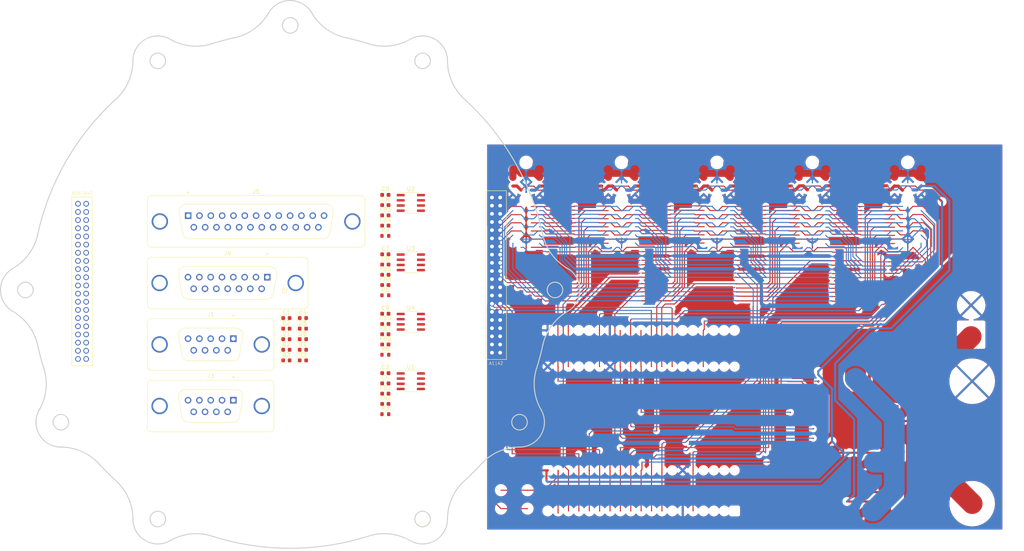
<source format=kicad_pcb>
(kicad_pcb (version 20221018) (generator pcbnew)
  (layers (0 "F.Cu" signal) (1 "In1.Cu" signal) (2 "In2.Cu" signal) (31 "B.Cu" signal) (34 "B.Paste" user) (35 "F.Paste" user) (36 "B.SilkS" user "B.Silkscreen") (37 "F.SilkS" user "F.Silkscreen") (38 "B.Mask" user) (39 "F.Mask" user) (44 "Edge.Cuts" user))
  (net 0 "")
  (net 1 "GND")
  (net 2 "Net-(U1-T+)")
  (net 3 "Net-(U1-T-)")
  (net 4 "Net-(U2-T+)")
  (net 5 "Net-(U2-T-)")
  (net 6 "Net-(U3-T+)")
  (net 7 "Net-(U3-T-)")
  (net 8 "Net-(U4-T+)")
  (net 9 "Net-(U4-T-)")
  (net 10 "TC1_T+")
  (net 11 "TC1_T-")
  (net 12 "TC4_T+")
  (net 13 "TC4_T-")
  (net 14 "TC2_T+")
  (net 15 "TC2_T-")
  (net 16 "TC3_T+")
  (net 17 "TC3_T-")
  (net 18 "LOX_VENT+")
  (net 19 "ETH_VENT+")
  (net 26 "PWR_SUP")
  (net 28 "GROUND_ETH_VENT")
  (net 29 "GROUND_LOX_VENT")
  (net 30 "+3.3V")
  (net 33 "REDS_GND")
  (net 34 "REDS_ETH")
  (net 35 "REDS_LOX_VENT")
  (net 37 "PT1_E+")
  (net 38 "unconnected-(J5-Pad13)")
  (net 39 "unconnected-(J5-P25-Pad25)")
  (net 40 "PT1_E-")
  (net 41 "PT2_E+")
  (net 42 "PT3_E+")
  (net 43 "PT3_E-")
  (net 44 "PT4_E+")
  (net 45 "PT5_E+")
  (net 46 "PT5_E-")
  (net 47 "PT6_A+")
  (net 51 "PT1_A+")
  (net 52 "PT2_E-")
  (net 53 "PT2_A+")
  (net 54 "PT3_A+")
  (net 55 "PT4_E-")
  (net 56 "PT4_A+")
  (net 57 "PT5_A+")
  (net 58 "PT6_E+")
  (net 59 "PT6_E-")
  (net 62 "TC1_CS")
  (net 63 "TC4_CS")
  (net 64 "TC2_CS")
  (net 65 "TC3_CS")
  (net 66 "SPI1_SCK")
  (net 67 "SPI1_MISO")
  (net 68 "/ETH_Vent")
  (net 69 "Net-(C1-Pad2)")
  (net 70 "/LOX_Vent")
  (net 71 "Net-(C2-Pad2)")
  (net 72 "/Ground_ETH_Vent")
  (net 73 "/REDS_ETH_Vent")
  (net 74 "/Flight_ETH_Vent")
  (net 75 "/Ground_LOX_Vent")
  (net 76 "/REDS_LOX_Vent")
  (net 77 "/Flight_LOX_Vent")
  (net 78 "GND2")
  (net 79 "SP4_SCK")
  (net 80 "SP4_MISO")
  (net 81 "SP2_SCK")
  (net 82 "SP2_MISO")
  (net 83 "SPI3_SCK")
  (net 84 "SPI3_MISO")
  (net 85 "+3V3")
  (net 86 "+5V")
  (net 100 "Net-(J2A-Pin_35)")
  (net 101 "I2C_SDA")
  (net 102 "FSPI_SCK")
  (net 103 "I2C_SCL")
  (net 104 "FSPI_MISO")
  (net 105 "Net-(J2B-Pin_17)")
  (net 106 "FSPI_MOSI")
  (net 107 "EX_1")
  (net 108 "EX_2")
  (net 109 "EX_3")
  (footprint "Capacitor_SMD:C_0603_1608Metric" (layer "F.Cu") (at 189.415 100.925)
    (fp_text reference "C10")
    (fp_text value "10u")
  )
  (footprint "Capacitor_SMD:C_0603_1608Metric" (layer "F.Cu") (at 189.415 98.415)
    (fp_text reference "C9")
    (fp_text value "0.01u")
  )
  (footprint "Package_SO:SOIC-8_3.9x4.9mm_P1.27mm" (layer "F.Cu") (at 195.645 100.385)
    (fp_text reference "U4")
    (fp_text value "MAX31855KASA")
  )
  (footprint "Diode_SMD:D_0603_1608Metric" (layer "F.Cu") (at 169.255 99.475)
    (fp_text reference "D4")
    (fp_text value "D_Schottky")
  )
  (footprint "Capacitor_SMD:C_0603_1608Metric" (layer "F.Cu") (at 189.415 115.475)
    (fp_text reference "C4")
    (fp_text value "10u")
  )
  (footprint "Diode_SMD:D_0603_1608Metric" (layer "F.Cu") (at 169.255 104.655)
    (fp_text reference "D6")
    (fp_text value "D_Schottky")
  )
  (footprint "Capacitor_SMD:C_0603_1608Metric" (layer "F.Cu") (at 189.415 86.375)
    (fp_text reference "C8")
    (fp_text value "10u")
  )
  (footprint "Connector_Dsub:DSUB-9_Female_Vertical_P2.77x2.84mm_MountingHoles" (layer "F.Cu") (at 152.235 119.593676)
    (fp_text reference "J3")
    (fp_text value "DB9_Female")
  )
  (footprint "Resistor_SMD:R_0603_1608Metric" (layer "F.Cu") (at 189.415 123.005)
    (fp_text reference "R3")
    (fp_text value "10k")
  )
  (footprint "Diode_SMD:D_0603_1608Metric" (layer "F.Cu") (at 165.205 104.655)
    (fp_text reference "D1")
    (fp_text value "D_Schottky")
  )
  (footprint "Connector_Dsub:DSUB-15_Female_Vertical_P2.77x2.84mm_MountingHoles" (layer "F.Cu") (at 160.535 89.464338)
    (fp_text reference "J4")
    (fp_text value "DB15_Female")
  )
  (footprint "Diode_SMD:D_0603_1608Metric" (layer "F.Cu") (at 165.205 109.835)
    (fp_text reference "D3")
    (fp_text value "D_Schottky")
  )
  (footprint "Diode_SMD:D_0603_1608Metric" (layer "F.Cu") (at 165.205 99.475)
    (fp_text reference "C1")
    (fp_text value "22 µF")
  )
  (footprint "Resistor_SMD:R_0603_1608Metric" (layer "F.Cu") (at 189.415 108.455)
    (fp_text reference "R6")
    (fp_text value "10k")
  )
  (footprint "Capacitor_SMD:C_0603_1608Metric" (layer "F.Cu") (at 189.415 76.845)
    (fp_text reference "FB4")
    (fp_text value "FerriteBead_Small")
  )
  (footprint "Connector_Dsub:DSUB-9_Female_Vertical_P2.77x2.84mm_MountingHoles" (layer "F.Cu") (at 152.235 104.524338)
    (fp_text reference "J1")
    (fp_text value "DB9_Female")
  )
  (footprint "Capacitor_SMD:C_0603_1608Metric" (layer "F.Cu") (at 189.415 71.825)
    (fp_text reference "C6")
    (fp_text value "10u")
  )
  (footprint "Package_SO:SOIC-8_3.9x4.9mm_P1.27mm" (layer "F.Cu") (at 195.645 114.935)
    (fp_text reference "U1")
    (fp_text value "MAX31855KASA")
  )
  (footprint "Diode_SMD:D_0603_1608Metric" (layer "F.Cu") (at 165.205 102.065)
    (fp_text reference "C2")
    (fp_text value "22 µF")
  )
  (footprint "Capacitor_SMD:C_0603_1608Metric" (layer "F.Cu") (at 189.415 74.335)
    (fp_text reference "FB3")
    (fp_text value "FerriteBead_Small")
  )
  (footprint "Stack_Shape:Stack_Shape" (layer "F.Cu") (at 165.1 91.44 180)
    (fp_text reference "J2")
    (fp_text value "Stack_Shape")
    (fp_arc (start -68.865786 4.12567) (mid -71.90894 -1.15082) (end -68.865786 -6.42731) (stroke (width 0.25)) (layer "Edge.Cuts"))
    (fp_arc (start -68.865786 4.12567) (mid -64.972067 7.625074) (end -62.820707 12.39776) (stroke (width 0.25)) (layer "Edge.Cuts"))
    (fp_arc (start -62.820707 -14.6994) (mid -64.972067 -9.926714) (end -68.865786 -6.42731) (stroke (width 0.25)) (layer "Edge.Cuts"))
    (fp_arc (start -62.820707 -14.6994) (mid -62.133886 -17.52009) (end -61.318346 -20.306289) (stroke (width 0.25)) (layer "Edge.Cuts"))
    (fp_arc (start -62.417492 -30.492668) (mid -60.795135 -25.515236) (end -61.318346 -20.306289) (stroke (width 0.25)) (layer "Edge.Cuts"))
    (fp_arc (start -62.417492 -30.492668) (mid -62.414696 -36.58382) (end -57.141002 -39.631817) (stroke (width 0.25)) (layer "Edge.Cuts"))
    (fp_arc (start -47.769766 -43.773118) (mid -52.019241 -40.715531) (end -57.141002 -39.631817) (stroke (width 0.25)) (layer "Edge.Cuts"))
    (fp_arc (start -47.769766 -43.773118) (mid -45.764615 -45.872495) (end -43.665238 -47.877646) (stroke (width 0.25)) (layer "Edge.Cuts"))
    (fp_arc (start -43.665238 45.576006) (mid -55.815583 30.47218) (end -62.820707 12.39776) (stroke (width 0.25)) (layer "Edge.Cuts"))
    (fp_arc (start -43.665238 45.576006) (mid -40.607651 49.825481) (end -39.523937 54.947242) (stroke (width 0.25)) (layer "Edge.Cuts"))
    (fp_arc (start -39.523937 -57.248882) (mid -40.607651 -52.127121) (end -43.665238 -47.877646) (stroke (width 0.25)) (layer "Edge.Cuts"))
    (fp_arc (start -39.523937 -57.248882) (mid -36.47594 -62.522576) (end -30.384788 -62.525372) (stroke (width 0.25)) (layer "Edge.Cuts"))
    (fp_arc (start -30.384788 60.223732) (mid -36.47594 60.220936) (end -39.523937 54.947242) (stroke (width 0.25)) (layer "Edge.Cuts"))
    (fp_arc (start -30.384788 60.223732) (mid -25.407356 58.601375) (end -20.198409 59.124586) (stroke (width 0.25)) (layer "Edge.Cuts"))
    (fp_arc (start -20.198409 -61.426226) (mid -25.407356 -60.903015) (end -30.384788 -62.525372) (stroke (width 0.25)) (layer "Edge.Cuts"))
    (fp_arc (start -20.198409 -61.426226) (mid -1.04294 -64.39682) (end 18.112529 -61.426226) (stroke (width 0.25)) (layer "Edge.Cuts"))
    (fp_arc (start -14.59152 60.626947) (mid -17.41221 59.940126) (end -20.198409 59.124586) (stroke (width 0.25)) (layer "Edge.Cuts"))
    (fp_arc (start -14.59152 60.626947) (mid -9.818834 62.778307) (end -6.31943 66.672026) (stroke (width 0.25)) (layer "Edge.Cuts"))
    (fp_arc (start 4.23355 66.672026) (mid -1.04294 69.71518) (end -6.31943 66.672026) (stroke (width 0.25)) (layer "Edge.Cuts"))
    (fp_arc (start 4.23355 66.672026) (mid 7.732954 62.778306) (end 12.50564 60.626947) (stroke (width 0.25)) (layer "Edge.Cuts"))
    (fp_arc (start 18.112529 59.124586) (mid 15.326329 59.940125) (end 12.50564 60.626947) (stroke (width 0.25)) (layer "Edge.Cuts"))
    (fp_arc (start 18.112529 59.124586) (mid 23.321476 58.601375) (end 28.298908 60.223732) (stroke (width 0.25)) (layer "Edge.Cuts"))
    (fp_arc (start 28.298908 -62.525372) (mid 23.321476 -60.903015) (end 18.112529 -61.426226) (stroke (width 0.25)) (layer "Edge.Cuts"))
    (fp_arc (start 28.298908 -62.525372) (mid 34.390059 -62.522577) (end 37.438057 -57.248882) (stroke (width 0.25)) (layer "Edge.Cuts"))
    (fp_arc (start 37.438057 54.947242) (mid 34.390067 60.220966) (end 28.298908 60.223732) (stroke (width 0.25)) (layer "Edge.Cuts"))
    (fp_arc (start 37.438057 54.947242) (mid 38.521763 49.825475) (end 41.579358 45.576006) (stroke (width 0.25)) (layer "Edge.Cuts"))
    (fp_arc (start 41.579358 -47.877646) (mid 38.521772 -52.127121) (end 37.438057 -57.248882) (stroke (width 0.25)) (layer "Edge.Cuts"))
    (fp_arc (start 41.579358 -47.877646) (mid 43.678735 -45.872495) (end 45.683886 -43.773118) (stroke (width 0.25)) (layer "Edge.Cuts"))
    (fp_arc (start 55.055122 -39.631817) (mid 49.933355 -40.715523) (end 45.683886 -43.773118) (stroke (width 0.25)) (layer "Edge.Cuts"))
    (fp_arc (start 55.055122 -39.631817) (mid 60.328846 -36.583827) (end 60.331612 -30.492668) (stroke (width 0.25)) (layer "Edge.Cuts"))
    (fp_arc (start 59.232466 -20.306289) (mid 58.709255 -25.515236) (end 60.331612 -30.492668) (stroke (width 0.25)) (layer "Edge.Cuts"))
    (fp_arc (start 59.232466 -20.306289) (mid 60.048005 -17.520089) (end 60.734827 -14.6994) (stroke (width 0.25)) (layer "Edge.Cuts"))
    (fp_arc (start 60.734827 12.39776) (mid 53.729703 30.47218) (end 41.579358 45.576006) (stroke (width 0.25)) (layer "Edge.Cuts"))
    (fp_arc (start 60.734827 12.39776) (mid 62.886197 7.625086) (end 66.779906 4.12567) (stroke (width 0.25)) (layer "Edge.Cuts"))
    (fp_arc (start 66.779906 -6.42731) (mid 62.886186 -9.926714) (end 60.734827 -14.6994) (stroke (width 0.25)) (layer "Edge.Cuts"))
    (fp_arc (start 66.779906 -6.42731) (mid 69.82306 -1.15082) (end 66.779906 4.12567) (stroke (width 0.25)) (layer "Edge.Cuts"))
    (fp_circle (center -65.81294 -1.15082) (end -63.90794 -1.15082) (stroke (width 0.25)) (fill none) (layer "Edge.Cuts"))
    (fp_circle (center -57.135405 -33.53582) (end -55.230405 -33.53582) (stroke (width 0.25)) (fill none) (layer "Edge.Cuts"))
    (fp_circle (center -33.42794 -57.243285) (end -31.52294 -57.243285) (stroke (width 0.25)) (fill none) (layer "Edge.Cuts"))
    (fp_circle (center -33.42794 54.941645) (end -31.52294 54.941645) (stroke (width 0.25)) (fill none) (layer "Edge.Cuts"))
    (fp_circle (center -1.04294 63.61918) (end 0.86206 63.61918) (stroke (width 0.25)) (fill none) (layer "Edge.Cuts"))
    (fp_circle (center 31.34206 -57.243285) (end 33.24706 -57.243285) (stroke (width 0.25)) (fill none) (layer "Edge.Cuts"))
    (fp_circle (center 31.34206 54.941645) (end 33.24706 54.941645) (stroke (width 0.25)) (fill none) (layer "Edge.Cuts"))
    (fp_circle (center 55.049525 -33.53582) (end 56.954525 -33.53582) (stroke (width 0.25)) (fill none) (layer "Edge.Cuts"))
    (fp_circle (center 63.72706 -1.15082) (end 65.63206 -1.15082) (stroke (width 0.25)) (fill none) (layer "Edge.Cuts"))
  )
  (footprint "Capacitor_SMD:C_0603_1608Metric" (layer "F.Cu") (at 189.415 91.395)
    (fp_text reference "FB6")
    (fp_text value "FerriteBead_Small")
  )
  (footprint "Diode_SMD:D_0603_1608Metric" (layer "F.Cu") (at 169.255 107.245)
    (fp_text reference "R1")
    (fp_text value "1k")
  )
  (footprint "Resistor_SMD:R_0603_1608Metric" (layer "F.Cu") (at 189.415 93.905)
    (fp_text reference "R5")
    (fp_text value "10k")
  )
  (footprint "Connector_Dsub:DSUB-25_Male_Vertical_P2.77x2.84mm_MountingHoles" (layer "F.Cu") (at 141.185 74.404338)
    (fp_text reference "J5")
    (fp_text value "DB25_Receptacle")
  )
  (footprint "Capacitor_SMD:C_0603_1608Metric" (layer "F.Cu") (at 189.415 69.315)
    (fp_text reference "C5")
    (fp_text value "0.01u")
  )
  (footprint "Diode_SMD:D_0603_1608Metric" (layer "F.Cu") (at 165.205 107.245)
    (fp_text reference "D2")
    (fp_text value "D_Schottky")
  )
  (footprint "Capacitor_SMD:C_0603_1608Metric" (layer "F.Cu") (at 189.415 117.985)
    (fp_text reference "FB1")
    (fp_text value "FerriteBead_Small")
  )
  (footprint "Capacitor_SMD:C_0603_1608Metric" (layer "F.Cu") (at 189.415 88.885)
    (fp_text reference "FB5")
    (fp_text value "FerriteBead_Small")
  )
  (footprint "Diode_SMD:D_0603_1608Metric" (layer "F.Cu") (at 169.255 102.065)
    (fp_text reference "D5")
    (fp_text value "D_Schottky")
  )
  (footprint "Package_SO:SOIC-8_3.9x4.9mm_P1.27mm" (layer "F.Cu") (at 195.645 71.285)
    (fp_text reference "U2")
    (fp_text value "MAX31855KASA")
  )
  (footprint "Package_SO:SOIC-8_3.9x4.9mm_P1.27mm" (layer "F.Cu") (at 195.645 85.835)
    (fp_text reference "U3")
    (fp_text value "MAX31855KASA")
  )
  (footprint "Capacitor_SMD:C_0603_1608Metric" (layer "F.Cu") (at 189.415 83.865)
    (fp_text reference "C7")
    (fp_text value "0.01u")
  )
  (footprint "Capacitor_SMD:C_0603_1608Metric" (layer "F.Cu") (at 189.415 120.495)
    (fp_text reference "FB2")
    (fp_text value "FerriteBead_Small")
  )
  (footprint "Capacitor_SMD:C_0603_1608Metric" (layer "F.Cu") (at 189.415 105.945)
    (fp_text reference "FB8")
    (fp_text value "FerriteBead_Small")
  )
  (footprint "Resistor_SMD:R_0603_1608Metric" (layer "F.Cu") (at 189.415 79.355)
    (fp_text reference "R4")
    (fp_text value "10k")
  )
  (footprint "Capacitor_SMD:C_0603_1608Metric" (layer "F.Cu") (at 189.415 112.965)
    (fp_text reference "C3")
    (fp_text value "0.01u")
  )
  (footprint "Capacitor_SMD:C_0603_1608Metric" (layer "F.Cu") (at 189.415 103.435)
    (fp_text reference "FB7")
    (fp_text value "FerriteBead_Small")
  )
  (footprint "Diode_SMD:D_0603_1608Metric" (layer "F.Cu") (at 169.255 109.835)
    (fp_text reference "R2")
    (fp_text value "1k")
  )
  (segment (start 278.9781 63.0017) (end 289.6451 63.0017) (width 5.08) (layer "F.Cu") (net 0))
  (segment (start 257.0326 111.320199) (end 257.0746 111.362199) (width 0.254) (layer "F.Cu") (net 0))
  (segment (start 271.843715 76.1517) (end 282.6051 76.1517) (width 0.254) (layer "F.Cu") (net 0))
  (segment (start 259.1387 72.1009) (end 259.2282 72.0114) (width 0.254) (layer "F.Cu") (net 0))
  (segment (start 237.363 76.0916) (end 237.363 90.7982) (width 0.254) (layer "F.Cu") (net 0))
  (segment (start 275.2852 92.119) (end 275.2852 92.1444) (width 0.254) (layer "F.Cu") (net 0))
  (segment (start 267.1926 102.4822) (end 267.1926 111.320199) (width 0.254) (layer "F.Cu") (net 0))
  (segment (start 244.3746 131.8942) (end 245.5636 130.7052) (width 0.254) (layer "F.Cu") (net 0))
  (segment (start 254.5346 134.1802) (end 255.7526 132.9622) (width 0.254) (layer "F.Cu") (net 0))
  (segment (start 238.9699 77.1517) (end 238.0234 78.0982) (width 0.254) (layer "F.Cu") (net 0))
  (segment (start 242.948436 64.0017) (end 233.5281 64.0017) (width 1.778) (layer "F.Cu") (net 0))
  (segment (start 302.9576 132.4542) (end 304.9511 132.4542) (width 0.508) (layer "F.Cu") (net 0))
  (segment (start 280.3906 96.6402) (end 280.3906 114.6742) (width 0.254) (layer "F.Cu") (net 0))
  (segment (start 246.8726 111.320199) (end 246.9146 111.362199) (width 0.254) (layer "F.Cu") (net 0))
  (segment (start 289.6451 63.0017) (end 289.809877 62.836923) (width 5.08) (layer "F.Cu") (net 0))
  (segment (start 289.629878 64.0017) (end 290.629878 63.0017) (width 1.778) (layer "F.Cu") (net 0))
  (segment (start 232.9416 97.4512) (end 232.9416 135.489199) (width 0.254) (layer "F.Cu") (net 0))
  (segment (start 257.8862 96.0306) (end 257.0326 96.8842) (width 0.254) (layer "F.Cu") (net 0))
  (segment (start 262.9795 79.1009) (end 262.0772 80.0032) (width 0.254) (layer "F.Cu") (net 0))
  (segment (start 241.8346 146.6894) (end 241.8488 146.7036) (width 0.254) (layer "F.Cu") (net 0))
  (segment (start 311.25519 81.2279) (end 309.1434 83.33969) (width 0.254) (layer "F.Cu") (net 0))
  (segment (start 241.40849 73.1706) (end 238.3028 73.1706) (width 0.254) (layer "F.Cu") (net 0))
  (segment (start 238.3028 73.1706) (end 236.7788 74.6946) (width 0.254) (layer "F.Cu") (net 0))
  (segment (start 261.4676 78.0728) (end 261.4676 91.2808) (width 0.254) (layer "F.Cu") (net 0))
  (segment (start 271.918036 76.1009) (end 270.882236 77.1367) (width 0.254) (layer "F.Cu") (net 0))
  (segment (start 225.107715 74.1517) (end 235.6691 74.1517) (width 0.254) (layer "F.Cu") (net 0))
  (segment (start 219.1766 90.7982) (end 228.346 90.7982) (width 0.254) (layer "F.Cu") (net 0))
  (segment (start 275.6946 73.0622) (end 282.4946 73.0622) (width 0.254) (layer "F.Cu") (net 0))
  (segment (start 279.3746 96.6402) (end 279.3746 113.4042) (width 0.254) (layer "F.Cu") (net 0))
  (segment (start 215.1126 77.253814) (end 215.1126 95.8782) (width 0.254) (layer "F.Cu") (net 0))
  (segment (start 321.5132 85.1708) (end 321.5132 86.02331) (width 0.254) (layer "F.Cu") (net 0))
  (segment (start 238.5568 80.1048) (end 238.5568 91.7634) (width 0.254) (layer "F.Cu") (net 0))
  (segment (start 282.4051 74.1517) (end 282.4946 74.0622) (width 0.254) (layer "F.Cu") (net 0))
  (segment (start 288.5126 123.9452) (end 288.8126 123.9452) (width 0.254) (layer "F.Cu") (net 0))
  (segment (start 225.107715 76.1517) (end 235.8691 76.1517) (width 0.254) (layer "F.Cu") (net 0))
  (segment (start 294.1126 127.7552) (end 294.4126 127.7552) (width 0.254) (layer "F.Cu") (net 0))
  (segment (start 255.8016 127.0712) (end 255.7526 127.1202) (width 0.254) (layer "F.Cu") (net 0))
  (segment (start 241.4331 78.1367) (end 244.540435 78.1367) (width 0.254) (layer "F.Cu") (net 0))
  (segment (start 288.11269 75.101) (end 285.0896 75.101) (width 0.254) (layer "F.Cu") (net 0))
  (segment (start 247.463436 83.1367) (end 248.448436 82.1517) (width 0.254) (layer "F.Cu") (net 0))
  (segment (start 265.1835 74.1667) (end 265.0282 74.0114) (width 0.254) (layer "F.Cu") (net 0))
  (segment (start 282.3202 78.8878) (end 282.4946 79.0622) (width 0.254) (layer "F.Cu") (net 0))
  (segment (start 285.0388 73.1706) (end 283.5148 74.6946) (width 0.254) (layer "F.Cu") (net 0))
  (segment (start 252.0188 92.0682) (end 252.0188 92.0936) (width 0.254) (layer "F.Cu") (net 0))
  (segment (start 228.8286 139.3122) (end 228.8286 137.068199) (width 0.508) (layer "F.Cu") (net 0))
  (segment (start 297.187598 67.09398) (end 312.1406 67.09398) (width 0.762) (layer "F.Cu") (net 0))
  (segment (start 286.7406 100.9582) (end 308.3306 100.9582) (width 0.254) (layer "F.Cu") (net 0))
  (segment (start 284.7594 78.0982) (end 284.734 78.1236) (width 0.254) (layer "F.Cu") (net 0))
  (segment (start 267.289157 65.0017) (end 266.289157 64.0017) (width 1.778) (layer "F.Cu") (net 0))
  (segment (start 288.8126 123.9452) (end 289.5346 123.2232) (width 0.254) (layer "F.Cu") (net 0))
  (segment (start 252.2282 75.0114) (end 259.2282 75.0114) (width 0.254) (layer "F.Cu") (net 0))
  (segment (start 249.855537 68.1658) (end 248.8842 67.194463) (width 0.254) (layer "F.Cu") (net 0))
  (segment (start 265.1835 76.1667) (end 265.0282 76.0114) (width 0.254) (layer "F.Cu") (net 0))
  (segment (start 263.3726 131.6922) (end 280.3906 114.6742) (width 0.254) (layer "F.Cu") (net 0))
  (segment (start 220.214714 72.1517) (end 215.1126 77.253814) (width 0.254) (layer "F.Cu") (net 0))
  (segment (start 252.4282 73.0114) (end 259.2282 73.0114) (width 0.254) (layer "F.Cu") (net 0))
  (segment (start 264.8966 132.2002) (end 264.6946 132.4022) (width 0.254) (layer "F.Cu") (net 0))
  (segment (start 235.8136 91.103) (end 228.5746 91.103) (width 0.254) (layer "F.Cu") (net 0))
  (segment (start 236.1438 91.103) (end 235.8136 91.103) (width 0.254) (layer "F.Cu") (net 0))
  (segment (start 226.729714 68.1667) (end 228.6253 68.1667) (width 0.254) (layer "F.Cu") (net 0))
  (segment (start 268.6915 75.1367) (end 267.7215 74.1667) (width 0.254) (layer "F.Cu") (net 0))
  (segment (start 219.503601 136.762199) (end 229.1346 136.762199) (width 0.508) (layer "F.Cu") (net 0))
  (segment (start 239.3088 136.776399) (end 239.2946 136.762199) (width 0.254) (layer "F.Cu") (net 0))
  (segment (start 292.0389 77.1367) (end 291.0389 76.1367) (width 0.254) (layer "F.Cu") (net 0))
  (segment (start 234.1726 111.320199) (end 234.2146 111.362199) (width 0.254) (layer "F.Cu") (net 0))
  (segment (start 267.418036 73.1009) (end 264.89699 73.1009) (width 0.254) (layer "F.Cu") (net 0))
  (segment (start 250.448436 67.1517) (end 250.450336 67.1498) (width 0.762) (layer "F.Cu") (net 0))
  (segment (start 311.5051 64.0017) (end 319.4471 64.0017) (width 1.778) (layer "F.Cu") (net 0))
  (segment (start 272.789157 64.0017) (end 273.789157 65.0017) (width 1.778) (layer "F.Cu") (net 0))
  (segment (start 264.6946 146.4762) (end 264.6946 136.762199) (width 0.254) (layer "F.Cu") (net 0))
  (segment (start 314.6806 117.7222) (end 316.2021 117.7222) (width 5.08) (layer "F.Cu") (net 0))
  (segment (start 271.918036 72.1009) (end 270.873736 73.1452) (width 0.254) (layer "F.Cu") (net 0))
  (segment (start 228.6762 95.2686) (end 228.5746 95.3702) (width 0.254) (layer "F.Cu") (net 0))
  (segment (start 311.43629 73.2468) (end 308.3306 73.2468) (width 0.254) (layer "F.Cu") (net 0))
  (segment (start 245.5636 130.7052) (end 245.5636 98.523819) (width 0.254) (layer "F.Cu") (net 0))
  (segment (start 241.3586 78.0622) (end 241.4331 78.1367) (width 0.254) (layer "F.Cu") (net 0))
  (segment (start 243.128435 62.88755) (end 242.337085 62.0962) (width 5.08) (layer "F.Cu") (net 0))
  (segment (start 225.107715 72.1517) (end 235.6691 72.1517) (width 0.254) (layer "F.Cu") (net 0))
  (segment (start 235.6691 74.1517) (end 235.7586 74.0622) (width 0.254) (layer "F.Cu") (net 0))
  (segment (start 311.5051 64.0017) (end 312.9471 64.0017) (width 1.778) (layer "F.Cu") (net 0))
  (segment (start 234.2146 136.762199) (end 234.2146 146.6894) (width 0.254) (layer "F.Cu") (net 0))
  (segment (start 305.6431 147.4682) (end 305.6431 147.6382) (width 1.778) (layer "F.Cu") (net 0))
  (segment (start 282.435102 104.501698) (end 282.435102 132.466702) (width 0.254) (layer "F.Cu") (net 0))
  (segment (start 257.0326 102.4822) (end 257.0326 111.320199) (width 0.254) (layer "F.Cu") (net 0))
  (segment (start 244.3888 136.776399) (end 244.3746 136.762199) (width 0.254) (layer "F.Cu") (net 0))
  (segment (start 259.5726 97.1582) (end 259.5726 102.4822) (width 0.254) (layer "F.Cu") (net 0))
  (segment (start 317.491236 83.2129) (end 318.476236 82.2279) (width 0.254) (layer "F.Cu") (net 0))
  (segment (start 235.7586 73.0622) (end 235.7586 73.097497) (width 0.254) (layer "F.Cu") (net 0))
  (segment (start 288.16339 73.1517) (end 288.14449 73.1706) (width 0.254) (layer "F.Cu") (net 0))
  (segment (start 236.24625 93.08335) (end 235.865064 93.08335) (width 0.254) (layer "F.Cu") (net 0))
  (segment (start 264.2621 64.0017) (end 272.789157 64.0017) (width 1.778) (layer "F.Cu") (net 0))
  (segment (start 308.0258 78.1998) (end 308.0258 91.4078) (width 0.254) (layer "F.Cu") (net 0))
  (segment (start 259.3594 94.0748) (end 252.1204 94.0748) (width 0.254) (layer "F.Cu") (net 0))
  (segment (start 241.5586 74.0622) (end 241.6331 74.1367) (width 0.254) (layer "F.Cu") (net 0))
  (segment (start 295.3116 114.9932) (end 295.3766 114.9282) (width 0.508) (layer "F.Cu") (net 0))
  (segment (start 286.2459 79.1517) (end 285.3436 80.054) (width 0.254) (layer "F.Cu") (net 0))
  (segment (start 264.7088 146.4904) (end 264.6946 146.4762) (width 0.254) (layer "F.Cu") (net 0))
  (segment (start 282.8798 91.103) (end 282.5496 91.103) (width 0.254) (layer "F.Cu") (net 0))
  (segment (start 271.843715 78.1517) (end 282.4051 78.1517) (width 0.254) (layer "F.Cu") (net 0))
  (segment (start 255.6261 64.0017) (end 248.448436 64.0017) (width 1.778) (layer "F.Cu") (net 0))
  (segment (start 222.607715 68.1517) (end 223.592715 67.1667) (width 0.254) (layer "F.Cu") (net 0))
  (segment (start 261.4676 91.2808) (end 259.71585 93.03255) (width 0.254) (layer "F.Cu") (net 0))
  (segment (start 298.7864 83.3384) (end 305.7864 83.3384) (width 0.254) (layer "F.Cu") (net 0))
  (segment (start 243.948436 73.1517) (end 241.42739 73.1517) (width 0.254) (layer "F.Cu") (net 0))
  (segment (start 295.3116 115.0552) (end 295.3116 114.9932) (width 0.508) (layer "F.Cu") (net 0))
  (segment (start 259.3594 95.2178) (end 259.3594 95.2432) (width 0.254) (layer "F.Cu") (net 0))
  (segment (start 275.331464 68.1658) (end 289.6396 68.1658) (width 0.762) (layer "F.Cu") (net 0))
  (segment (start 298.674064 68.115) (end 298.652364 68.1367) (width 0.254) (layer "F.Cu") (net 0))
  (segment (start 264.87809 73.1198) (end 261.7724 73.1198) (width 0.254) (layer "F.Cu") (net 0))
  (segment (start 312.9941 64.0017) (end 312.9471 64.0017) (width 1.778) (layer "F.Cu") (net 0))
  (segment (start 267.313879 67.1508) (end 268.313879 67.1508) (width 0.762) (layer "F.Cu") (net 0))
  (segment (start 267.7215 74.1667) (end 265.1835 74.1667) (width 0.254) (layer "F.Cu") (net 0))
  (segment (start 241.8346 136.762199) (end 241.8346 146.6894) (width 0.254) (layer "F.Cu") (net 0))
  (segment (start 317.4856 77.1132) (end 315.372 77.1132) (width 0.254) (layer "F.Cu") (net 0))
  (segment (start 315.1886 88.5122) (end 312.3946 88.5122) (width 0.254) (layer "F.Cu") (net 0))
  (segment (start 289.1691 83.1367) (end 294.199436 83.1367) (width 0.254) (layer "F.Cu") (net 0))
  (segment (start 271.843715 74.1517) (end 282.4051 74.1517) (width 0.254) (layer "F.Cu") (net 0))
  (segment (start 219.1766 97.6562) (end 219.1766 131.6922) (width 0.254) (layer "F.Cu") (net 0))
  (segment (start 311.3761 117.0432) (end 311.3761 117.6222) (width 5.08) (layer "F.Cu") (net 0))
  (segment (start 298.6786 94.2018) (end 306.2224 94.2018) (width 0.254) (layer "F.Cu") (net 0))
  (segment (start 305.9176 95.3448) (end 298.6786 95.3448) (width 0.254) (layer "F.Cu") (net 0))
  (segment (start 298.652364 68.1367) (end 296.721877 68.1367) (width 0.254) (layer "F.Cu") (net 0))
  (segment (start 288.815154 61.8422) (end 274.609158 61.8422) (width 5.08) (layer "F.Cu") (net 0))
  (segment (start 259.3387 76.1009) (end 259.4282 76.0114) (width 0.254) (layer "F.Cu") (net 0))
  (segment (start 228.9586 73.0622) (end 235.7586 73.0622) (width 0.254) (layer "F.Cu") (net 0))
  (segment (start 228.8286 137.068199) (end 229.1346 136.762199) (width 0.508) (layer "F.Cu") (net 0))
  (segment (start 318.4706 82.1282) (end 321.5132 85.1708) (width 0.254) (layer "F.Cu") (net 0))
  (segment (start 251.993819 92.0936) (end 245.5636 98.523819) (width 0.254) (layer "F.Cu") (net 0))
  (segment (start 282.575 92.119) (end 275.2852 92.119) (width 0.254) (layer "F.Cu") (net 0))
  (segment (start 298.577 92.1952) (end 306.07 92.1952) (width 0.254) (layer "F.Cu") (net 0))
  (segment (start 264.89699 75.1009) (end 264.84629 75.0502) (width 0.254) (layer "F.Cu") (net 0))
  (segment (start 305.976246 88.58733) (end 298.70507 88.58733) (width 0.254) (layer "F.Cu") (net 0))
  (segment (start 294.1126 126.6062) (end 294.1066 126.6122) (width 0.254) (layer "F.Cu") (net 0))
  (segment (start 262.0264 91.7126) (end 259.6642 94.0748) (width 0.254) (layer "F.Cu") (net 0))
  (segment (start 298.9864 73.1384) (end 305.7864 73.1384) (width 0.254) (layer "F.Cu") (net 0))
  (segment (start 295.184436 76.1517) (end 294.199436 77.1367) (width 0.254) (layer "F.Cu") (net 0))
  (segment (start 254.4926 111.320199) (end 254.5346 111.362199) (width 0.254) (layer "F.Cu") (net 0))
  (segment (start 228.578445 93.08335) (end 228.602712 93.107617) (width 0.254) (layer "F.Cu") (net 0))
  (segment (start 300.9646 63.3662) (end 301.3526 62.9782) (width 5.08) (layer "F.Cu") (net 0))
  (segment (start 294.169436 75.1667) (end 292.067879 75.1667) (width 0.254) (layer "F.Cu") (net 0))
  (segment (start 251.9526 111.320199) (end 251.9946 111.362199) (width 0.254) (layer "F.Cu") (net 0))
  (segment (start 260.2484 74.6438) (end 260.2484 90.4172) (width 0.254) (layer "F.Cu") (net 0))
  (segment (start 255.8016 96.5912) (end 255.8016 127.0712) (width 0.254) (layer "F.Cu") (net 0))
  (segment (start 308.3306 100.9582) (end 322.8086 86.4802) (width 0.254) (layer "F.Cu") (net 0))
  (segment (start 282.601064 93.08335) (end 275.31145 93.08335) (width 0.254) (layer "F.Cu") (net 0))
  (segment (start 290.9986 72.0622) (end 292.1031 73.1667) (width 0.254) (layer "F.Cu") (net 0))
  (segment (start 313.9266 67.1762) (end 314.9266 67.1762) (width 0.762) (layer "F.Cu") (net 0))
  (segment (start 247.433436 73.1667) (end 248.448436 72.1517) (width 0.254) (layer "F.Cu") (net 0))
  (segment (start 222.607715 64.0017) (end 225.107715 64.0017) (width 1.778) (layer "F.Cu") (net 0))
  (segment (start 294.199436 77.1367) (end 292.0389 77.1367) (width 0.254) (layer "F.Cu") (net 0))
  (segment (start 239.3088 146.7036) (end 239.3088 136.776399) (width 0.254) (layer "F.Cu") (net 0))
  (segment (start 264.8282 78.0114) (end 264.9835 78.1667) (width 0.254) (layer "F.Cu") (net 0))
  (segment (start 249.4546 132.6562) (end 249.4546 136.762199) (width 0.254) (layer "F.Cu") (net 0))
  (segment (start 306.8066 90.5442) (end 306.1716 91.1792) (width 0.254) (layer "F.Cu") (net 0))
  (segment (start 231.6326 111.320199) (end 231.6746 111.362199) (width 0.254) (layer "F.Cu") (net 0))
  (segment (start 294.4126 127.7552) (end 295.8846 126.2832) (width 0.254) (layer "F.Cu") (net 0))
  (segment (start 288.5126 122.6752) (end 288.5126 122.5542) (width 0.254) (layer "F.Cu") (net 0))
  (segment (start 254.4926 97.6662) (end 254.4926 102.4822) (width 0.254) (layer "F.Cu") (net 0))
  (segment (start 315.4276 75.1132) (end 314.4528 74.1384) (width 0.254) (layer "F.Cu") (net 0))
  (segment (start 236.0422 92.119) (end 235.839 92.119) (width 0.254) (layer "F.Cu") (net 0))
  (segment (start 311.2076 114.2492) (end 311.2076 116.8747) (width 5.08) (layer "F.Cu") (net 0))
  (segment (start 236.7788 90.468) (end 236.1438 91.103) (width 0.254) (layer "F.Cu") (net 0))
  (segment (start 309.5377 79.2279) (end 308.6354 80.1302) (width 0.254) (layer "F.Cu") (net 0))
  (segment (start 252.04505 93.03255) (end 252.048045 93.03255) (width 0.254) (layer "F.Cu") (net 0))
  (segment (start 241.37669 75.101) (end 238.3536 75.101) (width 0.254) (layer "F.Cu") (net 0))
  (segment (start 257.0746 136.762199) (end 257.0746 146.6894) (width 0.254) (layer "F.Cu") (net 0))
  (segment (start 247.463436 77.1367) (end 248.448436 76.1517) (width 0.254) (layer "F.Cu") (net 0))
  (segment (start 282.6051 76.1517) (end 282.6946 76.0622) (width 0.254) (layer "F.Cu") (net 0))
  (segment (start 305.7731 78.1517) (end 305.7864 78.1384) (width 0.254) (layer "F.Cu") (net 0))
  (segment (start 235.865064 93.08335) (end 228.57545 93.08335) (width 0.254) (layer "F.Cu") (net 0))
  (segment (start 305.943 86.531) (end 298.6532 86.531) (width 0.254) (layer "F.Cu") (net 0))
  (segment (start 273.791057 67.1498) (end 288.7726 67.1498) (width 0.762) (layer "F.Cu") (net 0))
  (segment (start 298.60325 93.15955) (end 298.606245 93.15955) (width 0.254) (layer "F.Cu") (net 0))
  (segment (start 248.539 82.1622) (end 259.300385 82.1622) (width 0.254) (layer "F.Cu") (net 0))
  (segment (start 310.6166 92.3222) (end 305.2826 97.6562) (width 0.254) (layer "F.Cu") (net 0))
  (segment (start 271.789157 64.0017) (end 272.789157 64.0017) (width 1.778) (layer "F.Cu") (net 0))
  (segment (start 324.3326 75.5582) (end 324.3326 87.2422) (width 0.254) (layer "F.Cu") (net 0))
  (segment (start 249.448436 64.0017) (end 250.448436 63.0017) (width 1.778) (layer "F.Cu") (net 0))
  (segment (start 259.5118 92.0682) (end 259.3086 92.0682) (width 0.254) (layer "F.Cu") (net 0))
  (segment (start 241.8346 131.9982) (end 241.8346 136.762199) (width 0.254) (layer "F.Cu") (net 0))
  (segment (start 220.607715 63.0017) (end 221.607715 63.0017) (width 1.778) (layer "F.Cu") (net 0))
  (segment (start 321.265601 63.003695) (end 320.805848 63.463448) (width 5.08) (layer "F.Cu") (net 0))
  (segment (start 275.4946 78.8878) (end 282.3202 78.8878) (width 0.254) (layer "F.Cu") (net 0))
  (segment (start 239.0207 77.1517) (end 238.9699 77.1517) (width 0.254) (layer "F.Cu") (net 0))
  (segment (start 259.3387 82.1009) (end 259.4282 82.0114) (width 0.254) (layer "F.Cu") (net 0))
  (segment (start 298.6786 85.4642) (end 293.3446 85.4642) (width 0.254) (layer "F.Cu") (net 0))
  (segment (start 311.2076 114.2492) (end 314.6806 117.7222) (width 5.08) (layer "F.Cu") (net 0))
  (segment (start 221.607715 67.1517) (end 222.607715 68.1517) (width 0.762) (layer "F.Cu") (net 0))
  (segment (start 282.7782 92.119) (end 282.575 92.119) (width 0.254) (layer "F.Cu") (net 0))
  (segment (start 259.5726 102.4822) (end 259.5726 111.320199) (width 0.254) (layer "F.Cu") (net 0))
  (segment (start 298.674064 68.115) (end 312.9822 68.115) (width 0.762) (layer "F.Cu") (net 0))
  (segment (start 259.334664 93.03255) (end 252.04505 93.03255) (width 0.254) (layer "F.Cu") (net 0))
  (segment (start 259.334 89.4774) (end 252.1204 89.4774) (width 0.254) (layer "F.Cu") (net 0))
  (segment (start 306.8066 74.7708) (end 306.8066 90.5442) (width 0.254) (layer "F.Cu") (net 0))
  (segment (start 314.3972 76.1384) (end 311.5864 76.1384) (width 0.254) (layer "F.Cu") (net 0))
  (segment (start 259.2832 91.0522) (end 252.0442 91.0522) (width 0.254) (layer "F.Cu") (net 0))
  (segment (start 231.6326 95.665) (end 232.029 95.2686) (width 0.254) (layer "F.Cu") (net 0))
  (segment (start 312.4609 83.2129) (end 317.491236 83.2129) (width 0.254) (layer "F.Cu") (net 0))
  (segment (start 243.948436 65.0017) (end 242.948436 64.0017) (width 1.778) (layer "F.Cu") (net 0))
  (segment (start 317.4856 75.1132) (end 315.4276 75.1132) (width 0.254) (layer "F.Cu") (net 0))
  (segment (start 259.3594 95.2686) (end 252.1204 95.2686) (width 0.254) (layer "F.Cu") (net 0))
  (segment (start 262.0772 80.0032) (end 262.0264 80.054) (width 0.254) (layer "F.Cu") (net 0))
  (segment (start 235.5842 78.8878) (end 235.7586 79.0622) (width 0.254) (layer "F.Cu") (net 0))
  (segment (start 322.8086 77.8442) (end 322.8086 86.4802) (width 0.254) (layer "F.Cu") (net 0))
  (segment (start 215.1126 95.8782) (end 215.8746 96.6402) (width 0.254) (layer "F.Cu") (net 0))
  (segment (start 248.577315 72.1009) (end 259.1387 72.1009) (width 0.254) (layer "F.Cu") (net 0))
  (segment (start 225.107715 64.0017) (end 229.7171 64.0017) (width 1.778) (layer "F.Cu") (net 0))
  (segment (start 297.4086 118.4222) (end 295.3116 116.3252) (width 0.254) (layer "F.Cu") (net 0))
  (segment (start 298.6024 91.1792) (end 298.6278 91.1538) (width 0.254) (layer "F.Cu") (net 0))
  (segment (start 267.755856 72.0114) (end 265.2282 72.0114) (width 0.254) (layer "F.Cu") (net 0))
  (segment (start 254.5346 146.6894) (end 254.5488 146.7036) (width 0.254) (layer "F.Cu") (net 0))
  (segment (start 295.8846 119.7542) (end 291.1856 115.0552) (width 0.254) (layer "F.Cu") (net 0))
  (segment (start 307.3908 76.1678) (end 307.3908 90.8744) (width 0.254) (layer "F.Cu") (net 0))
  (segment (start 288.4946 72.0622) (end 290.9986 72.0622) (width 0.254) (layer "F.Cu") (net 0))
  (segment (start 249.4546 111.362199) (end 249.4546 125.9022) (width 0.254) (layer "F.Cu") (net 0))
  (segment (start 245.948436 64.0017) (end 242.948436 64.0017) (width 1.778) (layer "F.Cu") (net 0))
  (segment (start 227.107715 67.1517) (end 227.108715 67.1507) (width 0.762) (layer "F.Cu") (net 0))
  (segment (start 295.148 74.1612) (end 305.709385 74.1612) (width 0.254) (layer "F.Cu") (net 0))
  (segment (start 307.8226 100.4502) (end 286.4866 100.4502) (width 0.254) (layer "F.Cu") (net 0))
  (segment (start 246.9146 131.2362) (end 246.9146 136.762199) (width 0.254) (layer "F.Cu") (net 0))
  (segment (start 245.948436 64.0017) (end 248.448436 64.0017) (width 1.778) (layer "F.Cu") (net 0))
  (segment (start 320.7766 85.7182) (end 312.3946 85.7182) (width 0.254) (layer "F.Cu") (net 0))
  (segment (start 267.418036 81.1009) (end 264.69699 81.1009) (width 0.254) (layer "F.Cu") (net 0))
  (segment (start 249.4546 136.762199) (end 249.4546 146.6894) (width 0.254) (layer "F.Cu") (net 0))
  (segment (start 243.948436 79.1517) (end 239.5099 79.1517) (width 0.254) (layer "F.Cu") (net 0))
  (segment (start 248.8842 67.194463) (end 248.8842 67.1658) (width 0.254) (layer "F.Cu") (net 0))
  (segment (start 311.45519 75.2279) (end 311.40449 75.1772) (width 0.254) (layer "F.Cu") (net 0))
  (segment (start 228.473 92.0682) (end 228.5492 92.1444) (width 0.254) (layer "F.Cu") (net 0))
  (segment (start 218.4776 137.7882) (end 219.503601 136.762199) (width 0.508) (layer "F.Cu") (net 0))
  (segment (start 259.0538 78.837) (end 259.2282 79.0114) (width 0.254) (layer "F.Cu") (net 0))
  (segment (start 290.684436 73.1517) (end 288.16339 73.1517) (width 0.254) (layer "F.Cu") (net 0))
  (segment (start 282.4946 73.0622) (end 282.4946 73.097497) (width 0.254) (layer "F.Cu") (net 0))
  (segment (start 292.067879 75.1667) (end 291.037879 74.1367) (width 0.254) (layer "F.Cu") (net 0))
  (segment (start 273.2222 68.1658) (end 272.2222 67.1658) (width 0.254) (layer "F.Cu") (net 0))
  (segment (start 318.4706 74.1282) (end 320.8706 74.1282) (width 0.254) (layer "F.Cu") (net 0))
  (segment (start 290.629878 65.0017) (end 289.629878 64.0017) (width 1.778) (layer "F.Cu") (net 0))
  (segment (start 330.574095 63.003695) (end 321.265601 63.003695) (width 5.08) (layer "F.Cu") (net 0))
  (segment (start 238.0234 78.0982) (end 237.998 78.1236) (width 0.254) (layer "F.Cu") (net 0))
  (segment (start 243.948436 77.1517) (end 239.0207 77.1517) (width 0.254) (layer "F.Cu") (net 0))
  (segment (start 249.9106 132.2002) (end 249.4546 132.6562) (width 0.254) (layer "F.Cu") (net 0))
  (segment (start 292.0963 79.1367) (end 291.0963 78.1367) (width 0.254) (layer "F.Cu") (net 0))
  (segment (start 252.1966 136.560199) (end 251.9946 136.762199) (width 0.254) (layer "F.Cu") (net 0))
  (segment (start 282.5496 91.103) (end 275.3106 91.103) (width 0.254) (layer "F.Cu") (net 0))
  (segment (start 228.5492 92.119) (end 228.5492 92.1444) (width 0.254) (layer "F.Cu") (net 0))
  (segment (start 285.3436 80.054) (end 285.2928 80.1048) (width 0.254) (layer "F.Cu") (net 0))
  (segment (start 252.2282 78.837) (end 259.0538 78.837) (width 0.254) (layer "F.Cu") (net 0))
  (segment (start 244.540435 74.1367) (end 245.570435 75.1667) (width 0.254) (layer "F.Cu") (net 0))
  (segment (start 286.4866 100.4502) (end 282.435102 104.501698) (width 0.254) (layer "F.Cu") (net 0))
  (segment (start 297.4086 127.3742) (end 297.4086 118.4222) (width 0.254) (layer "F.Cu") (net 0))
  (segment (start 252.2282 83.2114) (end 259.2282 83.2114) (width 0.254) (layer "F.Cu") (net 0))
  (segment (start 266.469156 61.793644) (end 251.268437 61.793644) (width 5.08) (layer "F.Cu") (net 0))
  (segment (start 228.57545 93.08335) (end 228.578445 93.08335) (width 0.254) (layer "F.Cu") (net 0))
  (segment (start 244.465935 72.0622) (end 245.540435 73.1367) (width 0.254) (layer "F.Cu") (net 0))
  (segment (start 254.4926 102.4822) (end 254.4926 111.320199) (width 0.254) (layer "F.Cu") (net 0))
  (segment (start 304.4326 111.596408) (end 336.7786 79.250408) (width 5.08) (layer "F.Cu") (net 0))
  (segment (start 284.2006 94.6082) (end 284.2006 97.6562) (width 0.254) (layer "F.Cu") (net 0))
  (segment (start 307.3908 90.8744) (end 306.07 92.1952) (width 0.254) (layer "F.Cu") (net 0))
  (segment (start 308.5846 80.181) (end 308.5846 91.8396) (width 0.254) (layer "F.Cu") (net 0))
  (segment (start 265.9535 83.1367) (end 270.882236 83.1367) (width 0.254) (layer "F.Cu") (net 0))
  (segment (start 224.2046 141.6342) (end 217.7046 141.6342) (width 0.254) (layer "F.Cu") (net 0))
  (segment (start 322.021199 86.251601) (end 307.8226 100.4502) (width 0.254) (layer "F.Cu") (net 0))
  (segment (start 294.4876 130.2952) (end 297.4086 127.3742) (width 0.254) (layer "F.Cu") (net 0))
  (segment (start 262.4395 77.1009) (end 261.493 78.0474) (width 0.254) (layer "F.Cu") (net 0))
  (segment (start 245.540435 77.1367) (end 247.463436 77.1367) (width 0.254) (layer "F.Cu") (net 0))
  (segment (start 282.684446 88.51113) (end 275.41327 88.51113) (width 0.254) (layer "F.Cu") (net 0))
  (segment (start 231.6746 136.762199) (end 231.6746 138.2442) (width 0.254) (layer "F.Cu") (net 0))
  (segment (start 314.392 72.1384) (end 311.7864 72.1384) (width 0.254) (layer "F.Cu") (net 0))
  (segment (start 298.6786 89.6044) (end 298.6532 89.579) (width 0.254) (layer "F.Cu") (net 0))
  (segment (start 268.7103 77.1367) (end 267.7541 76.1805) (width 0.254) (layer "F.Cu") (net 0))
  (segment (start 318.2366 86.7342) (end 312.3946 86.7342) (width 0.254) (layer "F.Cu") (net 0))
  (segment (start 242.933436 68.1667) (end 243.948436 67.1517) (width 0.762) (layer "F.Cu") (net 0))
  (segment (start 286.2326 114.4202) (end 286.8676 113.7852) (width 0.254) (layer "F.Cu") (net 0))
  (segment (start 289.6396 68.1658) (end 290.6546 67.1508) (width 0.762) (layer "F.Cu") (net 0))
  (segment (start 236.1946 94.1256) (end 235.8898 94.1256) (width 0.254) (layer "F.Cu") (net 0))
  (segment (start 228.2846 141.6342) (end 224.2046 141.6342) (width 0.254) (layer "F.Cu") (net 0))
  (segment (start 285.7059 77.1517) (end 284.7594 78.0982) (width 0.254) (layer "F.Cu") (net 0))
  (segment (start 298.704 85.4388) (end 298.6786 85.4642) (width 0.254) (layer "F.Cu") (net 0))
  (segment (start 215.3666 143.7962) (end 217.7046 146.1342) (width 0.254) (layer "F.Cu") (net 0))
  (segment (start 236.7788 74.6946) (end 236.7788 90.468) (width 0.254) (layer "F.Cu") (net 0))
  (segment (start 270.882236 79.1367) (end 271.918036 78.1009) (width 0.254) (layer "F.Cu") (net 0))
  (segment (start 275.4946 77.0622) (end 282.4946 77.0622) (width 0.254) (layer "F.Cu") (net 0))
  (segment (start 275.331464 68.1658) (end 273.2222 68.1658) (width 0.254) (layer "F.Cu") (net 0))
  (segment (start 252.0188 92.0936) (end 251.993819 92.0936) (width 0.254) (layer "F.Cu") (net 0))
  (segment (start 284.2006 97.6562) (end 281.9146 99.9422) (width 0.254) (layer "F.Cu") (net 0))
  (segment (start 244.3888 146.7036) (end 244.3888 136.776399) (width 0.254) (layer "F.Cu") (net 0))
  (segment (start 254.4826 97.6562) (end 254.4926 97.6662) (width 0.254) (layer "F.Cu") (net 0))
  (segment (start 264.8282 82.0114) (end 265.9535 83.1367) (width 0.254) (layer "F.Cu") (net 0))
  (segment (start 231.6746 147.2382) (end 231.6746 136.762199) (width 0.254) (layer "F.Cu") (net 0))
  (segment (start 239.4966 127.6282) (end 239.2946 127.8302) (width 0.254) (layer "F.Cu") (net 0))
  (segment (start 298.6278 91.1538) (end 298.6532 91.1538) (width 0.254) (layer "F.Cu") (net 0))
  (segment (start 294.1126 126.4852) (end 294.1126 126.6062) (width 0.254) (layer "F.Cu") (net 0))
  (segment (start 267.1926 111.320199) (end 267.2346 111.362199) (width 0.254) (layer "F.Cu") (net 0))
  (segment (start 237.998 91.3316) (end 236.24625 93.08335) (width 0.254) (layer "F.Cu") (net 0))
  (segment (start 259.418046 88.46033) (end 252.14687 88.46033) (width 0.254) (layer "F.Cu") (net 0))
  (segment (start 305.9731 76.1517) (end 305.9864 76.1384) (width 0.254) (layer "F.Cu") (net 0))
  (segment (start 284.099 90.7982) (end 282.7782 92.119) (width 0.254) (layer "F.Cu") (net 0))
  (segment (start 313.976236 75.2279) (end 311.45519 75.2279) (width 0.254) (layer "F.Cu") (net 0))
  (segment (start 264.89699 73.1009) (end 264.87809 73.1198) (width 0.254) (layer "F.Cu") (net 0))
  (segment (start 318.4706 72.1282) (end 320.9026 72.1282) (width 0.254) (layer "F.Cu") (net 0))
  (segment (start 282.6004 89.5282) (end 275.3868 89.5282) (width 0.254) (layer "F.Cu") (net 0))
  (segment (start 275.3868 89.5282) (end 275.3614 89.5028) (width 0.254) (layer "F.Cu") (net 0))
  (segment (start 267.418036 77.1009) (end 262.4903 77.1009) (width 0.254) (layer "F.Cu") (net 0))
  (segment (start 259.5626 97.1482) (end 259.5726 97.1582) (width 0.254) (layer "F.Cu") (net 0))
  (segment (start 289.809877 62.836923) (end 288.815154 61.8422) (width 5.08) (layer "F.Cu") (net 0))
  (segment (start 311.40431 96.1322) (end 310.8706 96.1322) (width 0.254) (layer "F.Cu") (net 0))
  (segment (start 262.6106 97.6562) (end 260.5786 99.6882) (width 0.254) (layer "F.Cu") (net 0))
  (segment (start 232.9416 97.4512) (end 232.8926 97.4022) (width 0.254) (layer "F.Cu") (net 0))
  (segment (start 264.69699 81.1009) (end 262.5852 83.21269) (width 0.254) (layer "F.Cu") (net 0))
  (segment (start 282.98225 93.08335) (end 282.601064 93.08335) (width 0.254) (layer "F.Cu") (net 0))
  (segment (start 297.129878 67.1517) (end 297.187598 67.09398) (width 0.762) (layer "F.Cu") (net 0))
  (segment (start 318.4706 76.1282) (end 321.0926 76.1282) (width 0.254) (layer "F.Cu") (net 0))
  (segment (start 283.5148 74.6946) (end 283.5148 90.468) (width 0.254) (layer "F.Cu") (net 0))
  (segment (start 298.6786 94.2018) (end 298.704 94.2018) (width 0.254) (layer "F.Cu") (net 0))
  (segment (start 246.9146 128.4422) (end 246.9146 111.362199) (width 0.254) (layer "F.Cu") (net 0))
  (segment (start 311.2076 116.8747) (end 311.3761 117.0432) (width 5.08) (layer "F.Cu") (net 0))
  (segment (start 264.2621 64.0017) (end 255.6261 64.0017) (width 1.778) (layer "F.Cu") (net 0))
  (segment (start 267.4366 100.1962) (end 267.4366 102.2382) (width 0.254) (layer "F.Cu") (net 0))
  (segment (start 266.289157 64.0017) (end 264.2621 64.0017) (width 1.778) (layer "F.Cu") (net 0))
  (segment (start 318.4706 78.1282) (end 317.4856 79.1132) (width 0.254) (layer "F.Cu") (net 0))
  (segment (start 232.029 95.2686) (end 228.6762 95.2686) (width 0.254) (layer "F.Cu") (net 0))
  (segment (start 315.3908 79.1132) (end 314.416 78.1384) (width 0.254) (layer "F.Cu") (net 0))
  (segment (start 282.6258 85.3626) (end 275.4122 85.3626) (width 0.254) (layer "F.Cu") (net 0))
  (segment (start 284.734 91.3316) (end 282.98225 93.08335) (width 0.254) (layer "F.Cu") (net 0))
  (segment (start 301.6001 64.0017) (end 311.5051 64.0017) (width 1.778) (layer "F.Cu") (net 0))
  (segment (start 295.129878 64.0017) (end 301.6001 64.0017) (width 1.778) (layer "F.Cu") (net 0))
  (segment (start 279.3746 113.4042) (end 262.8646 129.9142) (width 0.254) (layer "F.Cu") (net 0))
  (segment (start 298.7864 78.964) (end 305.612 78.964) (width 0.254) (layer "F.Cu") (net 0))
  (segment (start 238.6076 80.054) (end 238.5568 80.1048) (width 0.254) (layer "F.Cu") (net 0))
  (segment (start 241.3586 82.0622) (end 242.4331 83.1367) (width 0.254) (layer "F.Cu") (net 0))
  (segment (start 282.4051 78.1517) (end 282.4946 78.0622) (width 0.254) (layer "F.Cu") (net 0))
  (segment (start 285.7567 77.1517) (end 285.7059 77.1517) (width 0.254) (layer "F.Cu") (net 0))
  (segment (start 305.7864 73.1384) (end 305.7864 73.173697) (width 0.254) (layer "F.Cu") (net 0))
  (segment (start 223.990098 93.096702) (end 228.591797 93.096702) (width 0.254) (layer "F.Cu") (net 0))
  (segment (start 222.607715 78.1517) (end 220.214714 78.1517) (width 0.254) (layer "F.Cu") (net 0))
  (segment (start 249.6566 99.6882) (end 249.4126 99.9322) (width 0.254) (layer "F.Cu") (net 0))
  (segment (start 228.591797 93.096702) (end 228.602712 93.107617) (width 0.254) (layer "F.Cu") (net 0))
  (segment (start 318.4706 76.1282) (end 317.4856 77.1132) (width 0.254) (layer "F.Cu") (net 0))
  (segment (start 243.996679 67.1508) (end 244.996679 67.1508) (width 0.762) (layer "F.Cu") (net 0))
  (segment (start 288.14449 73.1706) (end 285.0388 73.1706) (width 0.254) (layer "F.Cu") (net 0))
  (segment (start 263.3726 131.6922) (end 263.1186 131.9462) (width 0.254) (layer "F.Cu") (net 0))
  (segment (start 295.8846 126.2832) (end 295.8846 119.7542) (width 0.254) (layer "F.Cu") (net 0))
  (segment (start 311.2076 114.2492) (end 316.1166 114.2492) (width 5.08) (layer "F.Cu") (net 0))
  (segment (start 298.577 92.1952) (end 298.577 92.2206) (width 0.254) (layer "F.Cu") (net 0))
  (segment (start 220.4466 97.9102) (end 220.4466 132.7082) (width 0.254) (layer "F.Cu") (net 0))
  (segment (start 231.6326 102.4822) (end 231.6326 95.665) (width 0.254) (layer "F.Cu") (net 0))
  (segment (start 238.5568 91.7634) (end 236.1946 94.1256) (width 0.254) (layer "F.Cu") (net 0))
  (segment (start 241.5586 76.0622) (end 241.6331 76.1367) (width 0.254) (layer "F.Cu") (net 0))
  (segment (start 309.0485 77.2279) (end 308.9977 77.2279) (width 0.254) (layer "F.Cu") (net 0))
  (segment (start 294.1126 128.9042) (end 294.1066 128.8982) (width 0.254) (layer "F.Cu") (net 0))
  (segment (start 313.976236 79.2279) (end 309.5377 79.2279) (width 0.254) (layer "F.Cu") (net 0))
  (segment (start 244.3746 136.762199) (end 244.3746 131.8942) (width 0.254) (layer "F.Cu") (net 0))
  (segment (start 270.882236 75.1367) (end 268.6915 75.1367) (width 0.254) (layer "F.Cu") (net 0))
  (segment (start 260.1722 96.0306) (end 257.8862 96.0306) (width 0.254) (layer "F.Cu") (net 0))
  (segment (start 305.612 78.964) (end 305.7864 79.1384) (width 0.254) (layer "F.Cu") (net 0))
  (segment (start 235.6691 72.1517) (end 235.7586 72.0622) (width 0.254) (layer "F.Cu") (net 0))
  (segment (start 308.0258 91.4078) (end 306.27405 93.15955) (width 0.254) (layer "F.Cu") (net 0))
  (segment (start 275.336 91.0776) (end 275.3614 91.0776) (width 0.254) (layer "F.Cu") (net 0))
  (segment (start 289.5346 123.2232) (end 289.5346 120.0082) (width 0.254) (layer "F.Cu") (net 0))
  (segment (start 275.31145 93.08335) (end 275.314445 93.08335) (width 0.254) (layer "F.Cu") (net 0))
  (segment (start 251.9946 146.6894) (end 252.0088 146.7036) (width 0.254) (layer "F.Cu") (net 0))
  (segment (start 244.996679 67.1508) (end 245.996679 68.1508) (width 0.762) (layer "F.Cu") (net 0))
  (segment (start 264.9835 78.1667) (end 267.911156 78.1667) (width 0.254) (layer "F.Cu") (net 0))
  (segment (start 245.540435 73.1367) (end 245.540435 73.1667) (width 0.254) (layer "F.Cu") (net 0))
  (segment (start 270.882236 77.1367) (end 268.7103 77.1367) (width 0.254) (layer "F.Cu") (net 0))
  (segment (start 231.6326 102.4822) (end 231.6326 111.320199) (width 0.254) (layer "F.Cu") (net 0))
  (segment (start 315.3668 73.1132) (end 314.392 72.1384) (width 0.254) (layer "F.Cu") (net 0))
  (segment (start 261.493 78.0474) (end 261.4676 78.0728) (width 0.254) (layer "F.Cu") (net 0))
  (segment (start 216.8276 137.7882) (end 215.3666 139.2492) (width 0.254) (layer "F.Cu") (net 0))
  (segment (start 259.3086 92.0682) (end 252.0188 92.0682) (width 0.254) (layer "F.Cu") (net 0))
  (segment (start 305.6969 72.2279) (end 305.7864 72.1384) (width 0.254) (layer "F.Cu") (net 0))
  (segment (start 235.839 92.119) (end 228.5492 92.119) (width 0.254) (layer "F.Cu") (net 0))
  (segment (start 260.8326 90.7474) (end 259.5118 92.0682) (width 0.254) (layer "F.Cu") (net 0))
  (segment (start 231.6226 114.9282) (end 231.6746 114.8762) (width 0.254) (layer "F.Cu") (net 0))
  (segment (start 307.467 76.0916) (end 307.3908 76.1678) (width 0.254) (layer "F.Cu") (net 0))
  (segment (start 288.3691 74.1367) (end 290.9561 74.1367) (width 0.254) (layer "F.Cu") (net 0))
  (segment (start 288.2946 74.0622) (end 288.3691 74.1367) (width 0.254) (layer "F.Cu") (net 0))
  (segment (start 235.8898 95.2686) (end 239.1156 92.0428) (width 0.254) (layer "F.Cu") (net 0))
  (segment (start 319.0926 67.1432) (end 320.0926 68.1432) (width 0.254) (layer "F.Cu") (net 0))
  (segment (start 246.981679 67.1658) (end 248.8842 67.1658) (width 0.254) (layer "F.Cu") (net 0))
  (segment (start 323.5706 76.8282) (end 323.5706 86.7342) (width 0.254) (layer "F.Cu") (net 0))
  (segment (start 286.2326 116.7062) (end 286.2326 114.4202) (width 0.254) (layer "F.Cu") (net 0))
  (segment (start 260.8326 76.0408) (end 260.8326 90.7474) (width 0.254) (layer "F.Cu") (net 0))
  (segment (start 275.4946 75.0622) (end 282.4946 75.0622) (width 0.254) (layer "F.Cu") (net 0))
  (segment (start 231.6746 138.2442) (end 228.2846 141.6342) (width 0.254) (layer "F.Cu") (net 0))
  (segment (start 295.129878 76.1517) (end 305.9731 76.1517) (width 0.254) (layer "F.Cu") (net 0))
  (segment (start 302.3541 144.3922) (end 304.3476 144.3922) (width 0.508) (layer "F.Cu") (net 0))
  (segment (start 251.87179 78.1517) (end 252.01209 78.0114) (width 0.254) (layer "F.Cu") (net 0))
  (segment (start 242.4331 83.1367) (end 247.463436 83.1367) (width 0.254) (layer "F.Cu") (net 0))
  (segment (start 283.9466 134.2322) (end 283.4386 134.7402) (width 0.254) (layer "F.Cu") (net 0))
  (segment (start 241.6331 76.1367) (end 244.540435 76.1367) (width 0.254) (layer "F.Cu") (net 0))
  (segment (start 238.3536 75.101) (end 237.4392 76.0154) (width 0.254) (layer "F.Cu") (net 0))
  (segment (start 245.540435 73.1667) (end 247.433436 73.1667) (width 0.254) (layer "F.Cu") (net 0))
  (segment (start 267.4366 102.2382) (end 267.1926 102.4822) (width 0.254) (layer "F.Cu") (net 0))
  (segment (start 286.7406 100.9582) (end 283.1846 104.5142) (width 0.254) (layer "F.Cu") (net 0))
  (segment (start 234.1726 102.4822) (end 234.1726 111.320199) (width 0.254) (layer "F.Cu") (net 0))
  (segment (start 233.5281 64.0017) (end 229.7171 64.0017) (width 1.778) (layer "F.Cu") (net 0))
  (segment (start 282.6258 95.2686) (end 275.3868 95.2686) (width 0.254) (layer "F.Cu") (net 0))
  (segment (start 332.9686 144.9142) (end 322.0466 133.9922) (width 5.08) (layer "F.Cu") (net 0))
  (segment (start 325.6026 70.9862) (end 322.8076 68.1912) (width 0.508) (layer "F.Cu") (net 0))
  (segment (start 248.577315 76.1424) (end 259.3387 76.1424) (width 0.254) (layer "F.Cu") (net 0))
  (segment (start 332.7146 104.0062) (end 324.5866 112.1342) (width 5.08) (layer "F.Cu") (net 0))
  (segment (start 243.948436 75.1517) (end 241.42739 75.1517) (width 0.254) (layer "F.Cu") (net 0))
  (segment (start 280.8986 132.9622) (end 281.9146 131.9462) (width 0.254) (layer "F.Cu") (net 0))
  (segment (start 283.1846 104.5142) (end 283.1846 131.1842) (width 0.254) (layer "F.Cu") (net 0))
  (segment (start 234.64225 62.88755) (end 243.128435 62.88755) (width 5.08) (layer "F.Cu") (net 0))
  (segment (start 226.0346 94.1002) (end 228.6508 94.1002) (width 0.254) (layer "F.Cu") (net 0))
  (segment (start 309.1434 92.119) (end 305.9176 95.3448) (width 0.254) (layer "F.Cu") (net 0))
  (segment (start 273.789157 67.1517) (end 273.791057 67.1498) (width 0.762) (layer "F.Cu") (net 0))
  (segment (start 228.6253 68.1667) (end 242.933436 68.1667) (width 0.762) (layer "F.Cu") (net 0))
  (segment (start 232.9416 135.489199) (end 234.2146 136.762199) (width 0.254) (layer "F.Cu") (net 0))
  (segment (start 305.8922 89.6044) (end 298.6786 89.6044) (width 0.254) (layer "F.Cu") (net 0))
  (segment (start 298.60325 93.15955) (end 306.27405 93.15955) (width 0.254) (layer "F.Cu") (net 0))
  (segment (start 268.889656 73.1452) (end 267.755856 72.0114) (width 0.254) (layer "F.Cu") (net 0))
  (segment (start 221.607715 63.0017) (end 222.607715 64.0017) (width 1.778) (layer "F.Cu") (net 0))
  (segment (start 318.4706 74.1282) (end 317.4856 75.1132) (width 0.254) (layer "F.Cu") (net 0))
  (segment (start 225.107715 78.1517) (end 235.6691 78.1517) (width 0.254) (layer "F.Cu") (net 0))
  (segment (start 220.214714 78.1517) (end 218.1606 80.205814) (width 0.254) (layer "F.Cu") (net 0))
  (segment (start 308.9886 134.7542) (end 307.0226 134.7542) (width 1.778) (layer "F.Cu") (net 0))
  (segment (start 247.3706 128.8982) (end 246.9146 128.4422) (width 0.254) (layer "F.Cu") (net 0))
  (segment (start 244.540435 78.1367) (end 245.540435 79.1367) (width 0.254) (layer "F.Cu") (net 0))
  (segment (start 287.2486 101.4662) (end 283.9466 104.7682) (width 0.254) (layer "F.Cu") (net 0))
  (segment (start 249.448436 64.0017) (end 250.448436 65.0017) (width 1.778) (layer "F.Cu") (net 0))
  (segment (start 311.45519 73.2279) (end 311.43629 73.2468) (width 0.254) (layer "F.Cu") (net 0))
  (segment (start 296.721877 68.1367) (end 295.721877 67.1367) (width 0.254) (layer "F.Cu") (net 0))
  (segment (start 270.298879 67.1658) (end 272.2222 67.1658) (width 0.254) (layer "F.Cu") (net 0))
  (segment (start 249.4546 125.9022) (end 249.6566 126.1042) (width 0.254) (layer "F.Cu") (net 0))
  (segment (start 292.1031 73.1667) (end 294.169436 73.1667) (width 0.254) (layer "F.Cu") (net 0))
  (segment (start 220.214714 76.1517) (end 216.8906 79.475814) (width 0.254) (layer "F.Cu") (net 0))
  (segment (start 314.9266 67.1762) (end 315.9266 68.1762) (width 0.762) (layer "F.Cu") (net 0))
  (segment (start 228.6 91.0776) (end 228.6254 91.0776) (width 0.254) (layer "F.Cu") (net 0))
  (segment (start 264.84629 75.0502) (end 261.8232 75.0502) (width 0.254) (layer "F.Cu") (net 0))
  (segment (start 290.656479 67.1) (end 291.656479 67.1) (width 0.762) (layer "F.Cu") (net 0))
  (segment (start 262.0264 80.054) (end 262.0264 91.7126) (width 0.254) (layer "F.Cu") (net 0))
  (segment (start 298.6786 129.6602) (end 296.7736 131.5652) (width 0.508) (layer "F.Cu") (net 0))
  (segment (start 316.2021 123.1137) (end 316.2021 121.2782) (width 1.524) (layer "F.Cu") (net 0))
  (segment (start 239.2946 127.8302) (end 239.2946 136.762199) (width 0.254) (layer "F.Cu") (net 0))
  (segment (start 264.7088 146.7036) (end 264.7088 146.4904) (width 0.254) (layer "F.Cu") (net 0))
  (segment (start 295.135515 72.1292) (end 305.2969 72.1292) (width 0.254) (layer "F.Cu") (net 0))
  (segment (start 237.363 90.7982) (end 236.0422 92.119) (width 0.254) (layer "F.Cu") (net 0))
  (segment (start 317.4856 73.1132) (end 315.3668 73.1132) (width 0.254) (layer "F.Cu") (net 0))
  (segment (start 306.4191 146.6922) (end 305.6431 147.4682) (width 1.778) (layer "F.Cu") (net 0))
  (segment (start 275.3106 91.103) (end 275.336 91.0776) (width 0.254) (layer "F.Cu") (net 0))
  (segment (start 245.570435 75.1667) (end 247.433436 75.1667) (width 0.254) (layer "F.Cu") (net 0))
  (segment (start 288.0946 82.0622) (end 289.1691 83.1367) (width 0.254) (layer "F.Cu") (net 0))
  (segment (start 259.0879 74.1517) (end 259.2282 74.0114) (width 0.254) (layer "F.Cu") (net 0))
  (segment (start 242.0366 98.4182) (end 241.7926 98.6622) (width 0.254) (layer "F.Cu") (net 0))
  (segment (start 305.6969 74.2279) (end 305.7864 74.1384) (width 0.254) (layer "F.Cu") (net 0))
  (segment (start 309.1434 83.33969) (end 309.1434 92.119) (width 0.254) (layer "F.Cu") (net 0))
  (segment (start 241.7926 102.4822) (end 241.7926 111.320199) (width 0.254) (layer "F.Cu") (net 0))
  (segment (start 247.433436 75.1667) (end 248.448436 74.1517) (width 0.254) (layer "F.Cu") (net 0))
  (segment (start 266.3224 68.1658) (end 267.3374 67.1508) (width 0.762) (layer "F.Cu") (net 0))
  (segment (start 294.169436 73.1667) (end 295.184436 72.1517) (width 0.254) (layer "F.Cu") (net 0))
  (segment (start 295.129878 78.1517) (end 305.7731 78.1517) (width 0.254) (layer "F.Cu") (net 0))
  (segment (start 296.129878 64.0017) (end 297.129878 63.0017) (width 1.778) (layer "F.Cu") (net 0))
  (segment (start 250.450336 67.1498) (end 265.500864 67.1498) (width 0.762) (layer "F.Cu") (net 0))
  (segment (start 228.7586 78.8878) (end 235.5842 78.8878) (width 0.254) (layer "F.Cu") (net 0))
  (segment (start 222.607715 76.1517) (end 220.214714 76.1517) (width 0.254) (layer "F.Cu") (net 0))
  (segment (start 237.998 78.1236) (end 237.998 91.3316) (width 0.254) (layer "F.Cu") (net 0))
  (segment (start 236.7026 132.7082) (end 236.7546 132.7602) (width 0.254) (layer "F.Cu") (net 0))
  (segment (start 231.6746 114.8762) (end 231.6746 111.362199) (width 0.254) (layer "F.Cu") (net 0))
  (segment (start 312.9822 68.115) (end 313.9972 67.1) (width 0.762) (layer "F.Cu") (net 0))
  (segment (start 315.9266 68.1762) (end 316.9596 67.1432) (width 0.254) (layer "F.Cu") (net 0))
  (segment (start 298.7864 75.1384) (end 305.7864 75.1384) (width 0.254) (layer "F.Cu") (net 0))
  (segment (start 288.1691 78.1367) (end 291.0963 78.1367) (width 0.254) (layer "F.Cu") (net 0))
  (segment (start 308.4806 146.6922) (end 306.4191 146.6922) (width 1.778) (layer "F.Cu") (net 0))
  (segment (start 289.5346 120.0082) (end 286.2326 116.7062) (width 0.254) (layer "F.Cu") (net 0))
  (segment (start 260.2484 90.4172) (end 259.6134 91.0522) (width 0.254) (layer "F.Cu") (net 0))
  (segment (start 268.881156 79.1367) (end 270.882236 79.1367) (width 0.254) (layer "F.Cu") (net 0))
  (segment (start 272.789157 64.0017) (end 273.789157 63.0017) (width 1.778) (layer "F.Cu") (net 0))
  (segment (start 283.5148 90.468) (end 282.8798 91.103) (width 0.254) (layer "F.Cu") (net 0))
  (segment (start 239.5099 79.1517) (end 238.6076 80.054) (width 0.254) (layer "F.Cu") (net 0))
  (segment (start 291.656479 67.1) (end 292.656479 68.1) (width 0.762) (layer "F.Cu") (net 0))
  (segment (start 298.6024 91.1792) (end 306.1716 91.1792) (width 0.254) (layer "F.Cu") (net 0))
  (segment (start 259.2282 73.0114) (end 259.2282 73.046697) (width 0.254) (layer "F.Cu") (net 0))
  (segment (start 242.337085 62.0962) (end 227.927716 62.0962) (width 5.08) (layer "F.Cu") (net 0))
  (segment (start 249.4126 111.320199) (end 249.4546 111.362199) (width 0.254) (layer "F.Cu") (net 0))
  (segment (start 275.3868 94.1256) (end 275.4122 94.1256) (width 0.254) (layer "F.Cu") (net 0))
  (segment (start 241.7586 72.0622) (end 244.465935 72.0622) (width 0.254) (layer "F.Cu") (net 0))
  (segment (start 310.6166 84.7022) (end 310.6166 92.3222) (width 0.254) (layer "F.Cu") (net 0))
  (segment (start 267.418036 75.1009) (end 264.89699 75.1009) (width 0.254) (layer "F.Cu") (net 0))
  (segment (start 226.107715 64.0017) (end 227.107715 65.0017) (width 1.778) (layer "F.Cu") (net 0))
  (segment (start 267.7403 76.1667) (end 265.1835 76.1667) (width 0.254) (layer "F.Cu") (net 0))
  (segment (start 306.3306 135.4462) (end 306.2466 135.4462) (width 1.778) (layer "F.Cu") (net 0))
  (segment (start 234.2146 146.6894) (end 234.2288 146.7036) (width 0.254) (layer "F.Cu") (net 0))
  (segment (start 242.948436 64.0017) (end 243.948436 63.0017) (width 1.778) (layer "F.Cu") (net 0))
  (segment (start 322.0466 133.9922) (end 322.0466 115.0942) (width 5.08) (layer "F.Cu") (net 0))
  (segment (start 248.448436 78.1517) (end 251.87179 78.1517) (width 0.254) (layer "F.Cu") (net 0))
  (segment (start 252.1966 134.7402) (end 252.1966 136.560199) (width 0.254) (layer "F.Cu") (net 0))
  (segment (start 228.7021 64.0017) (end 225.107715 64.0017) (width 1.778) (layer "F.Cu") (net 0))
  (segment (start 217.7046 146.1342) (end 224.2046 146.1342) (width 0.254) (layer "F.Cu") (net 0))
  (segment (start 236.7546 132.7602) (end 236.7546 136.762199) (width 0.254) (layer "F.Cu") (net 0))
  (segment (start 311.3864 82.1384) (end 312.4609 83.2129) (width 0.254) (layer "F.Cu") (net 0))
  (segment (start 289.629878 64.0017) (end 277.9781 64.0017) (width 1.778) (layer "F.Cu") (net 0))
  (segment (start 317.4856 79.1132) (end 315.3908 79.1132) (width 0.254) (layer "F.Cu") (net 0))
  (segment (start 293.644878 67.1367) (end 292.629878 68.1517) (width 0.254) (layer "F.Cu") (net 0))
  (segment (start 294.1126 129.0252) (end 294.1126 128.9042) (width 0.254) (layer "F.Cu") (net 0))
  (segment (start 265.1252 91.0776) (end 260.1722 96.0306) (width 0.254) (layer "F.Cu") (net 0))
  (segment (start 228.6508 94.1002) (end 228.6762 94.1256) (width 0.254) (layer "F.Cu") (net 0))
  (segment (start 262.4903 77.1009) (end 262.4395 77.1009) (width 0.254) (layer "F.Cu") (net 0))
  (segment (start 314.4528 74.1384) (end 311.5864 74.1384) (width 0.254) (layer "F.Cu") (net 0))
  (segment (start 308.5846 91.8396) (end 306.2224 94.2018) (width 0.254) (layer "F.Cu") (net 0))
  (segment (start 305.2969 72.2279) (end 305.6969 72.2279) (width 0.254) (layer "F.Cu") (net 0))
  (segment (start 319.4941 64.0017) (end 319.4471 64.0017) (width 1.778) (layer "F.Cu") (net 0))
  (segment (start 316.9596 67.1432) (end 319.0926 67.1432) (width 0.254) (layer "F.Cu") (net 0))
  (segment (start 283.9466 104.7682) (end 283.9466 134.2322) (width 0.254) (layer "F.Cu") (net 0))
  (segment (start 264.6946 132.4022) (end 264.6946 136.762199) (width 0.254) (layer "F.Cu") (net 0))
  (segment (start 256.2606 96.1322) (end 255.8016 96.5912) (width 0.254) (layer "F.Cu") (net 0))
  (segment (start 289.629878 64.0017) (end 296.129878 64.0017) (width 1.778) (layer "F.Cu") (net 0))
  (segment (start 234.1726 99.6782) (end 234.1726 102.4822) (width 0.254) (layer "F.Cu") (net 0))
  (segment (start 294.199436 83.1367) (end 295.184436 82.1517) (width 0.254) (layer "F.Cu") (net 0))
  (segment (start 220.607715 63.0017) (end 220.607715 65.0017) (width 1.778) (layer "F.Cu") (net 0))
  (segment (start 298.606245 93.15955) (end 298.630512 93.183817) (width 0.254) (layer "F.Cu") (net 0))
  (segment (start 301.3526 62.9782) (end 313.264749 62.9782) (width 5.08) (layer "F.Cu") (net 0))
  (segment (start 235.6691 78.1517) (end 235.7586 78.0622) (width 0.254) (layer "F.Cu") (net 0))
  (segment (start 259.5726 111.320199) (end 259.6146 111.362199) (width 0.254) (layer "F.Cu") (net 0))
  (segment (start 262.5852 91.992) (end 259.3594 95.2178) (width 0.254) (layer "F.Cu") (net 0))
  (segment (start 285.8516 83.26349) (end 285.8516 92.0428) (width 0.254) (layer "F.Cu") (net 0))
  (segment (start 282.6051 82.1517) (end 282.6946 82.0622) (width 0.254) (layer "F.Cu") (net 0))
  (segment (start 257.0746 146.6894) (end 257.0888 146.7036) (width 0.254) (layer "F.Cu") (net 0))
  (segment (start 228.6508 94.1256) (end 228.6762 94.1256) (width 0.254) (layer "F.Cu") (net 0))
  (segment (start 308.3814 75.1772) (end 307.467 76.0916) (width 0.254) (layer "F.Cu") (net 0))
  (segment (start 257.0326 96.8842) (end 257.0326 102.4822) (width 0.254) (layer "F.Cu") (net 0))
  (segment (start 282.4051 72.1517) (end 282.4946 72.0622) (width 0.254) (layer "F.Cu") (net 0))
  (segment (start 320.8706 74.1282) (end 323.5706 76.8282) (width 0.254) (layer "F.Cu") (net 0))
  (segment (start 252.1204 94.0748) (end 252.1458 94.0748) (width 0.254) (layer "F.Cu") (net 0))
  (segment (start 293.3446 85.4642) (end 284.2006 94.6082) (width 0.254) (layer "F.Cu") (net 0))
  (segment (start 266.289157 64.0017) (end 267.289157 63.0017) (width 1.778) (layer "F.Cu") (net 0))
  (segment (start 270.873736 73.1452) (end 268.889656 73.1452) (width 0.254) (layer "F.Cu") (net 0))
  (segment (start 225.729714 67.1667) (end 226.729714 68.1667) (width 0.254) (layer "F.Cu") (net 0))
  (segment (start 228.5746 91.103) (end 228.6 91.0776) (width 0.254) (layer "F.Cu") (net 0))
  (segment (start 254.5346 136.762199) (end 254.5346 134.1802) (width 0.254) (layer "F.Cu") (net 0))
  (segment (start 336.7786 79.250408) (end 336.7786 69.2082) (width 5.08) (layer "F.Cu") (net 0))
  (segment (start 241.7926 98.6622) (end 241.7926 102.4822) (width 0.254) (layer "F.Cu") (net 0))
  (segment (start 294.199436 79.1367) (end 292.0963 79.1367) (width 0.254) (layer "F.Cu") (net 0))
  (segment (start 237.4392 76.0154) (end 237.363 76.0916) (width 0.254) (layer "F.Cu") (net 0))
  (segment (start 218.1606 95.6242) (end 220.4466 97.9102) (width 0.254) (layer "F.Cu") (net 0))
  (segment (start 228.7586 77.0622) (end 235.7586 77.0622) (width 0.254) (layer "F.Cu") (net 0))
  (segment (start 252.0442 91.0522) (end 252.0696 91.0268) (width 0.254) (layer "F.Cu") (net 0))
  (segment (start 313.976236 81.2279) (end 311.25519 81.2279) (width 0.254) (layer "F.Cu") (net 0))
  (segment (start 313.976236 77.2279) (end 309.0485 77.2279) (width 0.254) (layer "F.Cu") (net 0))
  (segment (start 290.684436 79.1517) (end 286.2459 79.1517) (width 0.254) (layer "F.Cu") (net 0))
  (segment (start 241.42739 75.1517) (end 241.37669 75.101) (width 0.254) (layer "F.Cu") (net 0))
  (segment (start 312.9471 64.0017) (end 313.9706 62.9782) (width 1.778) (layer "F.Cu") (net 0))
  (segment (start 282.6512 86.4548) (end 275.3614 86.4548) (width 0.254) (layer "F.Cu") (net 0))
  (segment (start 314.416 78.1384) (end 311.3864 78.1384) (width 0.254) (layer "F.Cu") (net 0))
  (segment (start 286.8676 113.7852) (end 287.8216 113.7852) (width 0.254) (layer "F.Cu") (net 0))
  (segment (start 246.8726 102.4822) (end 246.8726 111.320199) (width 0.254) (layer "F.Cu") (net 0))
  (segment (start 322.8076 68.1912) (end 321.5396 68.1912) (width 0.508) (layer "F.Cu") (net 0))
  (segment (start 248.448436 64.0017) (end 249.448436 64.0017) (width 1.778) (layer "F.Cu") (net 0))
  (segment (start 267.7541 76.1805) (end 267.7403 76.1667) (width 0.254) (layer "F.Cu") (net 0))
  (segment (start 308.3306 73.2468) (end 306.8066 74.7708) (width 0.254) (layer "F.Cu") (net 0))
  (segment (start 275.314445 93.08335) (end 275.338712 93.107617) (width 0.254) (layer "F.Cu") (net 0))
  (segment (start 246.9146 136.762199) (end 246.9146 146.6894) (width 0.254) (layer "F.Cu") (net 0))
  (segment (start 288.2946 76.0622) (end 288.3691 76.1367) (width 0.254) (layer "F.Cu") (net 0))
  (segment (start 261.7724 73.1198) (end 260.2484 74.6438) (width 0.254) (layer "F.Cu") (net 0))
  (segment (start 252.048045 93.03255) (end 252.072312 93.056817) (width 0.254) (layer "F.Cu") (net 0))
  (segment (start 295.135515 82.2279) (end 305.8969 82.2279) (width 0.254) (layer "F.Cu") (net 0))
  (segment (start 244.540435 76.1367) (end 245.540435 77.1367) (width 0.254) (layer "F.Cu") (net 0))
  (segment (start 241.6331 74.1367) (end 244.540435 74.1367) (width 0.254) (layer "F.Cu") (net 0))
  (segment (start 304.4326 114.2492) (end 304.4326 111.596408) (width 5.08) (layer "F.Cu") (net 0))
  (segment (start 308.6354 80.1302) (end 308.5846 80.181) (width 0.254) (layer "F.Cu") (net 0))
  (segment (start 271.918036 74.1009) (end 270.882236 75.1367) (width 0.254) (layer "F.Cu") (net 0))
  (segment (start 313.264749 62.9782) (end 312.382749 62.0962) (width 5.08) (layer "F.Cu") (net 0))
  (segment (start 307.0226 134.7542) (end 306.3306 135.4462) (width 1.778) (layer "F.Cu") (net 0))
  (segment (start 245.540435 79.1367) (end 247.463436 79.1367) (width 0.254) (layer "F.Cu") (net 0))
  (segment (start 241.22739 81.1517) (end 239.1156 83.26349) (width 0.254) (layer "F.Cu") (net 0))
  (segment (start 232.8926 97.4022) (end 232.8926 96.1322) (width 0.254) (layer "F.Cu") (net 0))
  (segment (start 275.3614 91.0776) (end 265.1252 91.0776) (width 0.254) (layer "F.Cu") (net 0))
  (segment (start 249.4546 146.6894) (end 249.4688 146.7036) (width 0.254) (layer "F.Cu") (net 0))
  (segment (start 235.8898 95.2686) (end 232.029 95.2686) (width 0.254) (layer "F.Cu") (net 0))
  (segment (start 216.8906 79.475814) (end 216.8906 95.3702) (width 0.254) (layer "F.Cu") (net 0))
  (segment (start 269.313879 68.1508) (end 270.298879 67.1658) (width 0.254) (layer "F.Cu") (net 0))
  (segment (start 313.9706 64.9782) (end 312.9941 64.0017) (width 1.778) (layer "F.Cu") (net 0))
  (segment (start 311.40449 75.1772) (end 308.3814 75.1772) (width 0.254) (layer "F.Cu") (net 0))
  (segment (start 296.7736 131.5652) (end 294.1126 131.5652) (width 0.508) (layer "F.Cu") (net 0))
  (segment (start 291.037879 74.1367) (end 290.9561 74.1367) (width 0.254) (layer "F.Cu") (net 0))
  (segment (start 228.7021 64.0017) (end 229.7171 64.0017) (width 0.254) (layer "F.Cu") (net 0))
  (segment (start 288.16339 75.1517) (end 288.11269 75.101) (width 0.254) (layer "F.Cu") (net 0))
  (segment (start 215.3666 139.2492) (end 215.3666 143.7962) (width 0.254) (layer "F.Cu") (net 0))
  (segment (start 252.014264 68.1658) (end 266.3224 68.1658) (width 0.762) (layer "F.Cu") (net 0))
  (segment (start 226.107715 64.0017) (end 227.107715 63.0017) (width 1.778) (layer "F.Cu") (net 0))
  (segment (start 241.8346 131.8942) (end 241.8346 131.9982) (width 0.254) (layer "F.Cu") (net 0))
  (segment (start 298.6786 95.3448) (end 298.6786 95.3702) (width 0.254) (layer "F.Cu") (net 0))
  (segment (start 259.6642 94.0748) (end 259.3594 94.0748) (width 0.254) (layer "F.Cu") (net 0))
  (segment (start 295.184436 78.1517) (end 294.199436 79.1367) (width 0.254) (layer "F.Cu") (net 0))
  (segment (start 275.4946 83.2622) (end 282.4946 83.2622) (width 0.254) (layer "F.Cu") (net 0))
  (segment (start 321.5132 86.02331) (end 311.40431 96.1322) (width 0.254) (layer "F.Cu") (net 0))
  (segment (start 285.8516 92.0428) (end 282.6258 95.2686) (width 0.254) (layer "F.Cu") (net 0))
  (segment (start 270.882236 83.1367) (end 271.918036 82.1009) (width 0.254) (layer "F.Cu") (net 0))
  (segment (start 315.372 77.1132) (end 314.3972 76.1384) (width 0.254) (layer "F.Cu") (net 0))
  (segment (start 257.2766 130.1682) (end 257.0746 130.3702) (width 0.254) (layer "F.Cu") (net 0))
  (segment (start 318.4706 78.1282) (end 320.863601 78.1282) (width 0.254) (layer "F.Cu") (net 0))
  (segment (start 290.684436 81.1517) (end 287.96339 81.1517) (width 0.254) (layer "F.Cu") (net 0))
  (segment (start 285.2928 91.7634) (end 282.9306 94.1256) (width 0.254) (layer "F.Cu") (net 0))
  (segment (start 284.734 78.1236) (end 284.734 91.3316) (width 0.254) (layer "F.Cu") (net 0))
  (segment (start 251.9946 122.4962) (end 251.9946 111.362199) (width 0.254) (layer "F.Cu") (net 0))
  (segment (start 267.911156 78.1667) (end 268.881156 79.1367) (width 0.254) (layer "F.Cu") (net 0))
  (segment (start 320.0926 68.1432) (end 321.4916 68.1432) (width 0.254) (layer "F.Cu") (net 0))
  (segment (start 320.863601 78.1282) (end 322.021199 79.285798) (width 0.254) (layer "F.Cu") (net 0))
  (segment (start 282.6258 94.1256) (end 275.3868 94.1256) (width 0.254) (layer "F.Cu") (net 0))
  (segment (start 298.7864 77.1384) (end 305.7864 77.1384) (width 0.254) (layer "F.Cu") (net 0))
  (segment (start 251.9526 102.4822) (end 251.9526 111.320199) (width 0.254) (layer "F.Cu") (net 0))
  (segment (start 223.592715 67.1667) (end 225.729714 67.1667) (width 0.254) (layer "F.Cu") (net 0))
  (segment (start 288.0946 78.0622) (end 288.1691 78.1367) (width 0.254) (layer "F.Cu") (net 0))
  (segment (start 251.9426 122.5482) (end 251.9946 122.4962) (width 0.254) (layer "F.Cu") (net 0))
  (segment (start 220.607715 67.1517) (end 221.607715 67.1517) (width 0.762) (layer "F.Cu") (net 0))
  (segment (start 246.8626 131.1842) (end 246.9146 131.2362) (width 0.254) (layer "F.Cu") (net 0))
  (segment (start 222.607715 72.1517) (end 220.214714 72.1517) (width 0.254) (layer "F.Cu") (net 0))
  (segment (start 246.9146 146.6894) (end 246.9288 146.7036) (width 0.254) (layer "F.Cu") (net 0))
  (segment (start 321.0926 76.1282) (end 322.8086 77.8442) (width 0.254) (layer "F.Cu") (net 0))
  (segment (start 305.9176 85.4388) (end 298.704 85.4388) (width 0.254) (layer "F.Cu") (net 0))
  (segment (start 306.5261 132.4542) (end 308.9886 132.4542) (width 0.508) (layer "F.Cu") (net 0))
  (segment (start 284.099 76.0916) (end 284.099 90.7982) (width 0.254) (layer "F.Cu") (net 0))
  (segment (start 320.9026 72.1282) (end 324.3326 75.5582) (width 0.254) (layer "F.Cu") (net 0))
  (segment (start 252.014264 68.1658) (end 249.855537 68.1658) (width 0.254) (layer "F.Cu") (net 0))
  (segment (start 290.684436 75.1517) (end 288.16339 75.1517) (width 0.254) (layer "F.Cu") (net 0))
  (segment (start 308.8386 101.4662) (end 287.2486 101.4662) (width 0.254) (layer "F.Cu") (net 0))
  (segment (start 308.0512 78.1744) (end 308.0258 78.1998) (width 0.254) (layer "F.Cu") (net 0))
  (segment (start 259.3594 85.3118) (end 252.1458 85.3118) (width 0.254) (layer "F.Cu") (net 0))
  (segment (start 252.2282 77.0114) (end 259.2282 77.0114) (width 0.254) (layer "F.Cu") (net 0))
  (segment (start 281.9146 99.9422) (end 281.9146 131.9462) (width 0.254) (layer "F.Cu") (net 0))
  (segment (start 243.948436 81.1517) (end 241.22739 81.1517) (width 0.254) (layer "F.Cu") (net 0))
  (segment (start 259.3594 95.2178) (end 252.1204 95.2178) (width 0.254) (layer "F.Cu") (net 0))
  (segment (start 308.9977 77.2279) (end 308.0512 78.1744) (width 0.254) (layer "F.Cu") (net 0))
  (segment (start 320.4706 64.9782) (end 319.4941 64.0017) (width 1.778) (layer "F.Cu") (net 0))
  (segment (start 252.095 89.452) (end 244.3988 89.452) (width 0.254) (layer "F.Cu") (net 0))
  (segment (start 271.843715 82.1517) (end 282.6051 82.1517) (width 0.254) (layer "F.Cu") (net 0))
  (segment (start 260.9088 75.9646) (end 260.8326 76.0408) (width 0.254) (layer "F.Cu") (net 0))
  (segment (start 313.976236 73.2279) (end 311.45519 73.2279) (width 0.254) (layer "F.Cu") (net 0))
  (segment (start 323.5706 86.7342) (end 308.8386 101.4662) (width 0.254) (layer "F.Cu") (net 0))
  (segment (start 262.5852 83.21269) (end 262.5852 91.992) (width 0.254) (layer "F.Cu") (net 0))
  (segment (start 252.01209 78.0114) (end 259.2282 78.0114) (width 0.254) (layer "F.Cu") (net 0))
  (segment (start 252.1204 89.4774) (end 252.095 89.452) (width 0.254) (layer "F.Cu") (net 0))
  (segment (start 235.8898 94.1256) (end 228.6508 94.1256) (width 0.254) (layer "F.Cu") (net 0))
  (segment (start 297.129878 65.0017) (end 296.129878 64.0017) (width 1.778) (layer "F.Cu") (net 0))
  (segment (start 318.4706 72.1282) (end 317.4856 73.1132) (width 0.254) (layer "F.Cu") (net 0))
  (segment (start 268.313879 67.1508) (end 269.313879 68.1508) (width 0.762) (layer "F.Cu") (net 0))
  (segment (start 277.9781 64.0017) (end 271.789157 64.0017) (width 1.778) (layer "F.Cu") (net 0))
  (segment (start 305.8969 82.2279) (end 305.9864 82.1384) (width 0.254) (layer "F.Cu") (net 0))
  (segment (start 294.1126 130.2952) (end 294.4876 130.2952) (width 0.254) (layer "F.Cu") (net 0))
  (segment (start 287.96339 81.1517) (end 285.8516 83.26349) (width 0.254) (layer "F.Cu") (net 0))
  (segment (start 275.3868 95.2686) (end 275.3868 95.294) (width 0.254) (layer "F.Cu") (net 0))
  (segment (start 295.184436 74.1517) (end 294.169436 75.1667) (width 0.254) (layer "F.Cu") (net 0))
  (segment (start 228.346 90.7982) (end 228.6254 91.0776) (width 0.254) (layer "F.Cu") (net 0))
  (segment (start 239.1156 83.26349) (end 239.1156 92.0428) (width 0.254) (layer "F.Cu") (net 0))
  (segment (start 236.7546 136.762199) (end 236.7546 146.6894) (width 0.254) (layer "F.Cu") (net 0))
  (segment (start 244.3988 89.452) (end 234.1726 99.6782) (width 0.254) (layer "F.Cu") (net 0))
  (segment (start 291.1856 115.0552) (end 287.8216 115.0552) (width 0.254) (layer "F.Cu") (net 0))
  (segment (start 228.7586 75.0622) (end 235.7586 75.0622) (width 0.254) (layer "F.Cu") (net 0))
  (segment (start 248.448436 74.1517) (end 259.0879 74.1517) (width 0.254) (layer "F.Cu") (net 0))
  (segment (start 245.996679 68.1508) (end 246.981679 67.1658) (width 0.254) (layer "F.Cu") (net 0))
  (segment (start 336.7786 69.2082) (end 330.574095 63.003695) (width 5.08) (layer "F.Cu") (net 0))
  (segment (start 241.42739 73.1517) (end 241.40849 73.1706) (width 0.254) (layer "F.Cu") (net 0))
  (segment (start 247.463436 79.1367) (end 248.448436 78.1517) (width 0.254) (layer "F.Cu") (net 0))
  (segment (start 284.1752 76.0154) (end 284.099 76.0916) (width 0.254) (layer "F.Cu") (net 0))
  (segment (start 257.0746 130.3702) (end 257.0746 136.762199) (width 0.254) (layer "F.Cu") (net 0))
  (segment (start 216.8906 95.3702) (end 219.1766 97.6562) (width 0.254) (layer "F.Cu") (net 0))
  (segment (start 271.843715 72.1517) (end 282.4051 72.1517) (width 0.254) (layer "F.Cu") (net 0))
  (segment (start 322.021199 79.285798) (end 322.021199 86.251601) (width 0.254) (layer "F.Cu") (net 0))
  (segment (start 283.4386 134.7402) (end 282.6766 134.7402) (width 0.254) (layer "F.Cu") (net 0))
  (segment (start 295.721877 67.1367) (end 293.644878 67.1367) (width 0.254) (layer "F.Cu") (net 0))
  (segment (start 321.4916 68.1432) (end 321.5396 68.1912) (width 0.254) (layer "F.Cu") (net 0))
  (segment (start 288.3691 76.1367) (end 291.0389 76.1367) (width 0.254) (layer "F.Cu") (net 0))
  (segment (start 305.9226 144.3922) (end 308.4806 144.3922) (width 0.508) (layer "F.Cu") (net 0))
  (segment (start 259.6134 91.0522) (end 259.2832 91.0522) (width 0.254) (layer "F.Cu") (net 0))
  (segment (start 249.4126 102.4822) (end 249.4126 111.320199) (width 0.254) (layer "F.Cu") (net 0))
  (segment (start 227.108715 67.1507) (end 242.3405 67.1507) (width 0.762) (layer "F.Cu") (net 0))
  (segment (start 290.684436 77.1517) (end 285.7567 77.1517) (width 0.254) (layer "F.Cu") (net 0))
  (segment (start 322.0466 115.0942) (end 322.8916 114.2492) (width 5.08) (layer "F.Cu") (net 0))
  (segment (start 282.9306 94.1256) (end 282.6258 94.1256) (width 0.254) (layer "F.Cu") (net 0))
  (segment (start 267.418036 79.1009) (end 262.9795 79.1009) (width 0.254) (layer "F.Cu") (net 0))
  (segment (start 251.9946 136.762199) (end 251.9946 146.6894) (width 0.254) (layer "F.Cu") (net 0))
  (segment (start 259.71585 93.03255) (end 259.334664 93.03255) (width 0.254) (layer "F.Cu") (net 0))
  (segment (start 324.3326 87.2422) (end 311.3786 100.1962) (width 0.254) (layer "F.Cu") (net 0))
  (segment (start 319.4471 64.0017) (end 320.4706 62.9782) (width 1.778) (layer "F.Cu") (net 0))
  (segment (start 225.107715 64.0017) (end 226.107715 64.0017) (width 1.778) (layer "F.Cu") (net 0))
  (segment (start 285.0896 75.101) (end 284.1752 76.0154) (width 0.254) (layer "F.Cu") (net 0))
  (segment (start 235.8691 76.1517) (end 235.9586 76.0622) (width 0.254) (layer "F.Cu") (net 0))
  (segment (start 288.5126 122.5542) (end 288.5186 122.5482) (width 0.254) (layer "F.Cu") (net 0))
  (segment (start 236.7546 146.6894) (end 236.7688 146.7036) (width 0.254) (layer "F.Cu") (net 0))
  (segment (start 285.2928 80.1048) (end 285.2928 91.7634) (width 0.254) (layer "F.Cu") (net 0))
  (segment (start 249.4126 99.9322) (end 249.4126 102.4822) (width 0.254) (layer "F.Cu") (net 0))
  (segment (start 221.7166 92.0682) (end 228.473 92.0682) (width 0.254) (layer "F.Cu") (net 0))
  (segment (start 252.0696 91.0268) (end 252.095 91.0268) (width 0.254) (layer "F.Cu") (net 0))
  (segment (start 259.3848 86.404) (end 252.095 86.404) (width 0.254) (layer "F.Cu") (net 0))
  (segment (start 241.7926 111.320199) (end 241.8346 111.362199) (width 0.254) (layer "F.Cu") (net 0))
  (segment (start 312.382749 62.0962) (end 297.949879 62.0962) (width 5.08) (layer "F.Cu") (net 0))
  (segment (start 218.1606 80.205814) (end 218.1606 95.6242) (width 0.254) (layer "F.Cu") (net 0))
  (segment (start 296.129878 64.0017) (end 295.129878 64.0017) (width 1.778) (layer "F.Cu") (net 0))
  (segment (start 261.8232 75.0502) (end 260.9088 75.9646) (width 0.254) (layer "F.Cu") (net 0))
  (segment (start 254.5346 136.762199) (end 254.5346 146.6894) (width 0.254) (layer "F.Cu") (net 0))
  (segment (start 235.7586 83.2622) (end 244.837936 83.2622) (width 0.254) (layer "B.Cu") (net 0))
  (segment (start 305.78953 88.58733) (end 302.6918 85.4896) (width 0.254) (layer "B.Cu") (net 0))
  (segment (start 227.8631 74.1667) (end 228.7586 75.0622) (width 0.254) (layer "B.Cu") (net 0))
  (segment (start 295.3116 112.5152) (end 306.767 101.0598) (width 0.508) (layer "B.Cu") (net 0))
  (segment (start 235.7586 72.0622) (end 241.7586 72.0622) (width 0.254) (layer "B.Cu") (net 0))
  (segment (start 259.059 85.0114) (end 259.3594 85.3118) (width 0.254) (layer "B.Cu") (net 0))
  (segment (start 269.343715 72.1517) (end 270.358715 73.1667) (width 0.254) (layer "B.Cu") (net 0))
  (segment (start 243.555435 74.1517) (end 245.948436 74.1517) (width 0.254) (layer "B.Cu") (net 0))
  (segment (start 327.3806 70.7322) (end 327.3806 87.7502) (width 0.508) (layer "B.Cu") (net 0))
  (segment (start 270.358715 73.1667) (end 272.381156 73.1667) (width 0.254) (layer "B.Cu") (net 0))
  (segment (start 247.143115 77.1667) (end 246.077315 76.1009) (width 0.254) (layer "B.Cu") (net 0))
  (segment (start 296.721877 76.1667) (end 297.8147 76.1667) (width 0.254) (layer "B.Cu") (net 0))
  (segment (start 219.114716 78.644699) (end 219.114716 88.196316) (width 0.254) (layer "B.Cu") (net 0))
  (segment (start 252.2282 78.837) (end 251.5279 78.1367) (width 0.254) (layer "B.Cu") (net 0))
  (segment (start 290.236877 76.1517) (end 289.326377 77.0622) (width 0.254) (layer "B.Cu") (net 0))
  (segment (start 293.644878 75.1667) (end 295.721877 75.1667) (width 0.254) (layer "B.Cu") (net 0))
  (segment (start 278.892 82.4416) (end 278.892 85.8198) (width 0.254) (layer "B.Cu") (net 0))
  (segment (start 245.540435 67.1667) (end 247.463436 67.1667) (width 0.254) (layer "B.Cu") (net 0))
  (segment (start 249.856437 78.1367) (end 249.856437 78.152363) (width 0.254) (layer "B.Cu") (net 0))
  (segment (start 282.4946 83.2622) (end 291.573936 83.2622) (width 0.254) (layer "B.Cu") (net 0))
  (segment (start 223.622715 73.1667) (end 225.699714 73.1667) (width 0.254) (layer "B.Cu") (net 0))
  (segment (start 282.701531 93.183817) (end 282.601064 93.08335) (width 0.254) (layer "B.Cu") (net 0))
  (segment (start 312.3946 85.7182) (end 306.197 85.7182) (width 0.254) (layer "B.Cu") (net 0))
  (segment (start 302.1838 85.896) (end 305.8922 89.6044) (width 0.254) (layer "B.Cu") (net 0))
  (segment (start 298.346297 88.51113) (end 298.42333 88.434097) (width 0.254) (layer "B.Cu") (net 0))
  (segment (start 251.47599 73.1009) (end 258.0282 79.65311) (width 0.254) (layer "B.Cu") (net 0))
  (segment (start 235.9152 86.4548) (end 251.7648 86.4548) (width 0.254) (layer "B.Cu") (net 0))
  (segment (start 298.323 89.5282) (end 298.45 89.4012) (width 0.254) (layer "B.Cu") (net 0))
  (segment (start 295.1546 68.1508) (end 294.1696 67.1658) (width 0.254) (layer "B.Cu") (net 0))
  (segment (start 290.236877 72.1517) (end 289.29108 73.097497) (width 0.254) (layer "B.Cu") (net 0))
  (segment (start 227.580415 79.6244) (end 230.7612 79.6244) (width 0.254) (layer "B.Cu") (net 0))
  (segment (start 304.0752 142.6711) (end 302.3541 144.3922) (width 0.508) (layer "B.Cu") (net 0))
  (segment (start 295.721877 75.1667) (end 296.721877 74.1667) (width 0.254) (layer "B.Cu") (net 0))
  (segment (start 305.7864 73.173697) (end 312.423097 73.173697) (width 0.254) (layer "B.Cu") (net 0))
  (segment (start 235.8136 91.103) (end 252.0188 91.103) (width 0.254) (layer "B.Cu") (net 0))
  (segment (start 273.843715 73.1517) (end 274.74239 73.1517) (width 0.254) (layer "B.Cu") (net 0))
  (segment (start 304.5864 79.78011) (end 304.5864 84.1384) (width 0.254) (layer "B.Cu") (net 0))
  (segment (start 306.1462 86.7342) (end 305.943 86.531) (width 0.254) (layer "B.Cu") (net 0))
  (segment (start 228.0631 72.1667) (end 228.9586 73.0622) (width 0.254) (layer "B.Cu") (net 0))
  (segment (start 308.8246 146.6922) (end 308.4806 146.6922) (width 5.08) (layer "B.Cu") (net 0))
  (segment (start 282.4946 78.0622) (end 288.0946 78.0622) (width 0.254) (layer "B.Cu") (net 0))
  (segment (start 288.818064 67.1508) (end 289.803964 68.1367) (width 0.254) (layer "B.Cu") (net 0))
  (segment (start 275.0566 126.6122) (end 274.5486 126.1042) (width 0.254) (layer "B.Cu") (net 0))
  (segment (start 248.8721 79.1367) (end 247.113115 79.1367) (width 0.254) (layer "B.Cu") (net 0))
  (segment (start 251.4346 92.0174) (end 251.9426 92.0174) (width 0.254) (layer "B.Cu") (net 0))
  (segment (start 320.4706 75.1282) (end 323.0626 77.7202) (width 0.254) (layer "B.Cu") (net 0))
  (segment (start 317.5122 67.115) (end 318.4972 68.1) (width 0.254) (layer "B.Cu") (net 0))
  (segment (start 225.107715 68.1517) (end 226.107715 68.1517) (width 0.762) (layer "B.Cu") (net 0))
  (segment (start 234.5586 84.0622) (end 235.5586 85.0622) (width 0.254) (layer "B.Cu") (net 0))
  (segment (start 257.2282 80.7194) (end 257.2282 84.2114) (width 0.254) (layer "B.Cu") (net 0))
  (segment (start 262.8646 129.9142) (end 257.5306 129.9142) (width 0.254) (layer "B.Cu") (net 0))
  (segment (start 295.1546 68.1508) (end 296.1546 68.1508) (width 0.762) (layer "B.Cu") (net 0))
  (segment (start 298.630512 93.183817) (end 282.701531 93.183817) (width 0.254) (layer "B.Cu") (net 0))
  (segment (start 274.54239 75.1517) (end 275.71629 76.3256) (width 0.254) (layer "B.Cu") (net 0))
  (segment (start 288.5186 122.5482) (end 251.9426 122.5482) (width 0.254) (layer "B.Cu") (net 0))
  (segment (start 259.2832 96.8688) (end 259.5626 97.1482) (width 0.254) (layer "B.Cu") (net 0))
  (segment (start 275.3691 83.1367) (end 275.4946 83.2622) (width 0.254) (layer "B.Cu") (net 0))
  (segment (start 314.865736 83.3384) (end 315.976236 82.2279) (width 0.254) (layer "B.Cu") (net 0))
  (segment (start 303.7864 84.3744) (end 305.943 86.531) (width 0.254) (layer "B.Cu") (net 0))
  (segment (start 275.2344 86.404) (end 275.2598 86.4294) (width 0.254) (layer "B.Cu") (net 0))
  (segment (start 273.843715 75.1517) (end 274.54239 75.1517) (width 0.254) (layer "B.Cu") (net 0))
  (segment (start 306.767 101.0598) (end 311.736315 101.0598) (width 0.508) (layer "B.Cu") (net 0))
  (segment (start 315.9706 74.1282) (end 313.4944 74.1282) (width 0.254) (layer "B.Cu") (net 0))
  (segment (start 270.328715 77.1367) (end 272.411156 77.1367) (width 0.254) (layer "B.Cu") (net 0))
  (segment (start 274.7991 72.1667) (end 273.381156 72.1667) (width 0.254) (layer "B.Cu") (net 0))
  (segment (start 252.4282 73.0114) (end 251.5327 72.1159) (width 0.254) (layer "B.Cu") (net 0))
  (segment (start 298.1706 92.2206) (end 298.577 92.2206) (width 0.254) (layer "B.Cu") (net 0))
  (segment (start 275.0566 89.4774) (end 275.1836 89.3504) (width 0.254) (layer "B.Cu") (net 0))
  (segment (start 293.2759 82.2279) (end 294.2609 83.2129) (width 0.254) (layer "B.Cu") (net 0))
  (segment (start 254.4313 97.6049) (end 254.4826 97.6562) (width 0.254) (layer "B.Cu") (net 0))
  (segment (start 282.4946 74.0622) (end 288.2946 74.0622) (width 0.254) (layer "B.Cu") (net 0))
  (segment (start 282.3254 85.0622) (end 282.6258 85.3626) (width 0.254) (layer "B.Cu") (net 0))
  (segment (start 242.609638 73.097497) (end 243.555435 72.1517) (width 0.254) (layer "B.Cu") (net 0))
  (segment (start 255.7526 127.1202) (end 240.0046 127.1202) (width 0.254) (layer "B.Cu") (net 0))
  (segment (start 232.664 81.5018) (end 232.664 85.4134) (width 0.254) (layer "B.Cu") (net 0))
  (segment (start 224.0026 93.0842) (end 223.990098 93.096702) (width 0.254) (layer "B.Cu") (net 0))
  (segment (start 325.6026 87.193515) (end 325.6026 70.9862) (width 0.508) (layer "B.Cu") (net 0))
  (segment (start 297.135515 79.2279) (end 297.608215 79.7006) (width 0.254) (layer "B.Cu") (net 0))
  (segment (start 313.1774 78.1282) (end 312.1672 79.1384) (width 0.254) (layer "B.Cu") (net 0))
  (segment (start 289.803964 68.1367) (end 291.251876 68.1367) (width 0.254) (layer "B.Cu") (net 0))
  (segment (start 226.699714 78.1667) (end 228.0375 78.1667) (width 0.254) (layer "B.Cu") (net 0))
  (segment (start 235.7586 79.0622) (end 242.644935 79.0622) (width 0.254) (layer "B.Cu") (net 0))
  (segment (start 215.8746 96.6402) (end 216.1032 96.8688) (width 0.254) (layer "B.Cu") (net 0))
  (segment (start 273.3283 74.1667) (end 272.3283 75.1667) (width 0.254) (layer "B.Cu") (net 0))
  (segment (start 251.283 76.0662) (end 251.2125 76.1367) (width 0.254) (layer "B.Cu") (net 0))
  (segment (start 314.590999 68.1132) (end 315.589199 67.115) (width 0.254) (layer "B.Cu") (net 0))
  (segment (start 259.418046 88.46033) (end 259.23133 88.46033) (width 0.254) (layer "B.Cu") (net 0))
  (segment (start 252.44989 76.2748) (end 252.7836 76.2748) (width 0.254) (layer "B.Cu") (net 0))
  (segment (start 228.00639 73.1517) (end 234.5586 79.70391) (width 0.254) (layer "B.Cu") (net 0))
  (segment (start 228.5746 95.3702) (end 220.607715 87.403315) (width 0.254) (layer "B.Cu") (net 0))
  (segment (start 273.381156 72.1667) (end 272.381156 73.1667) (width 0.254) (layer "B.Cu") (net 0))
  (segment (start 280.3906 91.43289) (end 280.3906 96.6402) (width 0.254) (layer "B.Cu") (net 0))
  (segment (start 294.1066 128.8982) (end 247.3706 128.8982) (width 0.254) (layer "B.Cu") (net 0))
  (segment (start 292.629878 78.1517) (end 293.614878 79.1367) (width 0.254) (layer "B.Cu") (net 0))
  (segment (start 243.0969 68.1367) (end 244.570435 68.1367) (width 0.254) (layer "B.Cu") (net 0))
  (segment (start 313.4502 76.1282) (end 312.44 77.1384) (width 0.254) (layer "B.Cu") (net 0))
  (segment (start 233.7586 84.2622) (end 233.7586 84.2982) (width 0.254) (layer "B.Cu") (net 0))
  (segment (start 235.7586 73.097497) (end 242.609638 73.097497) (width 0.254) (layer "B.Cu") (net 0))
  (segment (start 320.4706 67.1282) (end 323.7766 67.1282) (width 0.508) (layer "B.Cu") (net 0))
  (segment (start 259.23133 88.46033) (end 256.1336 85.3626) (width 0.254) (layer "B.Cu") (net 0))
  (segment (start 269.343715 76.1517) (end 270.328715 77.1367) (width 0.254) (layer "B.Cu") (net 0))
  (segment (start 278.892 85.8198) (end 282.6004 89.5282) (width 0.254) (layer "B.Cu") (net 0))
  (segment (start 319.4972 68.1) (end 320.4972 67.1) (width 0.762) (layer "B.Cu") (net 0))
  (segment (start 273.411156 76.1367) (end 272.411156 77.1367) (width 0.254) (layer "B.Cu") (net 0))
  (segment (start 259.4282 76.0114) (end 265.0282 76.0114) (width 0.254) (layer "B.Cu") (net 0))
  (segment (start 259.418046 88.46033) (end 275.079897 88.46033) (width 0.254) (layer "B.Cu") (net 0))
  (segment (start 229.0826 139.5662) (end 295.8456 139.5662) (width 0.508) (layer "B.Cu") (net 0))
  (segment (start 295.751877 73.1367) (end 296.721877 72.1667) (width 0.254) (layer "B.Cu") (net 0))
  (segment (start 266.486764 68.1367) (end 267.7715 68.1367) (width 0.254) (layer "B.Cu") (net 0))
  (segment (start 252.2282 75.0114) (end 251.3535 74.1367) (width 0.254) (layer "B.Cu") (net 0))
  (segment (start 243.555435 72.1517) (end 245.948436 72.1517) (width 0.254) (layer "B.Cu") (net 0))
  (segment (start 250.1646 131.9462) (end 249.9106 132.2002) (width 0.254) (layer "B.Cu") (net 0))
  (segment (start 247.113115 79.1367) (end 246.077315 78.1009) (width 0.254) (layer "B.Cu") (net 0))
  (segment (start 282.4946 72.0622) (end 288.4946 72.0622) (width 0.254) (layer "B.Cu") (net 0))
  (segment (start 298.6786 116.7062) (end 295.3116 113.3392) (width 0.508) (layer "B.Cu") (net 0))
  (segment (start 259.3594 95.2178) (end 275.4376 95.2178) (width 0.254) (layer "B.Cu") (net 0))
  (segment (start 259.3086 92.0682) (end 274.8026 92.0682) (width 0.254) (layer "B.Cu") (net 0))
  (segment (start 255.0462 81.8114) (end 255.6256 82.3908) (width 0.254) (layer "B.Cu") (net 0))
  (segment (start 310.8706 96.1322) (end 308.61 98.3928) (width 0.254) (layer "B.Cu") (net 0))
  (segment (start 251.333 92.119) (end 251.4346 92.0174) (width 0.254) (layer "B.Cu") (net 0))
  (segment (start 256.2606 96.106614) (end 256.2606 96.1322) (width 0.254) (layer "B.Cu") (net 0))
  (segment (start 228.98029 76.3256) (end 229.314 76.3256) (width 0.254) (layer "B.Cu") (net 0))
  (segment (start 289.326377 75.0622) (end 289.2164 75.0622) (width 0.254) (layer "B.Cu") (net 0))
  (segment (start 313.173864 68.1132) (end 314.590999 68.1132) (width 0.254) (layer "B.Cu") (net 0))
  (segment (start 298.6786 129.6602) (end 298.6786 116.7062) (width 0.508) (layer "B.Cu") (net 0))
  (segment (start 244.570435 68.1367) (end 245.540435 67.1667) (width 0.254) (layer "B.Cu") (net 0))
  (segment (start 313.9186 132.2002) (end 311.3646 134.7542) (width 5.08) (layer "B.Cu") (net 0))
  (segment (start 271.813879 68.1508) (end 272.813879 68.1508) (width 0.762) (layer "B.Cu") (net 0))
  (segment (start 269.343715 82.1517) (end 269.3841 82.1517) (width 0.254) (layer "B.Cu") (net 0))
  (segment (start 235.9586 82.0622) (end 241.3586 82.0622) (width 0.254) (layer "B.Cu") (net 0))
  (segment (start 304.4326 114.2492) (end 304.4326 114.3322) (width 5.08) (layer "B.Cu") (net 0))
  (segment (start 235.76173 88.51113) (end 232.664 85.4134) (width 0.254) (layer "B.Cu") (net 0))
  (segment (start 282.5496 91.103) (end 298.1706 91.103) (width 0.254) (layer "B.Cu") (net 0))
  (segment (start 294.1696 67.1658) (end 292.222777 67.1658) (width 0.254) (layer "B.Cu") (net 0))
  (segment (start 222.607715 76.1517) (end 223.592715 77.1367) (width 0.254) (layer "B.Cu") (net 0))
  (segment (start 323.8246 82.6702) (end 320.7766 85.7182) (width 0.254) (layer "B.Cu") (net 0))
  (segment (start 298.5008 86.4548) (end 298.5262 86.4802) (width 0.254) (layer "B.Cu") (net 0))
  (segment (start 220.607715 75.1517) (end 218.606717 77.152698) (width 0.254) (layer "B.Cu") (net 0))
  (segment (start 305.7864 74.1384) (end 311.5864 74.1384) (width 0.254) (layer "B.Cu") (net 0))
  (segment (start 252.1204 95.2432) (end 235.9152 95.2432) (width 0.254) (layer "B.Cu") (net 0))
  (segment (start 219.622715 80.1367) (end 219.622715 87.688315) (width 0.254) (layer "B.Cu") (net 0))
  (segment (start 274.5691 76.1367) (end 273.411156 76.1367) (width 0.254) (layer "B.Cu") (net 0))
  (segment (start 321.7926 80.4502) (end 321.7926 81.9082) (width 0.254) (layer "B.Cu") (net 0))
  (segment (start 269.343715 78.1517) (end 270.328715 79.1367) (width 0.254) (layer "B.Cu") (net 0))
  (segment (start 235.7586 78.0622) (end 241.3586 78.0622) (width 0.254) (layer "B.Cu") (net 0))
  (segment (start 242.1119 67.1517) (end 243.0969 68.1367) (width 0.254) (layer "B.Cu") (net 0))
  (segment (start 305.7864 75.1384) (end 312.4842 75.1384) (width 0.254) (layer "B.Cu") (net 0))
  (segment (start 296.721877 78.1667) (end 297.9891 78.1667) (width 0.254) (layer "B.Cu") (net 0))
  (segment (start 266.6079 74.1517) (end 265.7482 75.0114) (width 0.254) (layer "B.Cu") (net 0))
  (segment (start 303.7864 80.8464) (end 303.7864 84.3384) (width 0.254) (layer "B.Cu") (net 0))
  (segment (start 247.113115 73.1367) (end 249.070435 73.1367) (width 0.254) (layer "B.Cu") (net 0))
  (segment (start 268.7424 67.1658) (end 270.8524 67.1658) (width 0.254) (layer "B.Cu") (net 0))
  (segment (start 301.6044 81.9384) (end 302.1838 82.5178) (width 0.254) (layer "B.Cu") (net 0))
  (segment (start 295.751877 77.1367) (end 296.721877 76.1667) (width 0.254) (layer "B.Cu") (net 0))
  (segment (start 293.614878 77.1367) (end 295.751877 77.1367) (width 0.254) (layer "B.Cu") (net 0))
  (segment (start 274.5486 126.1042) (end 249.6566 126.1042) (width 0.254) (layer "B.Cu") (net 0))
  (segment (start 218.0336 97.6049) (end 254.4313 97.6049) (width 0.254) (layer "B.Cu") (net 0))
  (segment (start 298.704 94.2018) (end 282.702 94.2018) (width 0.254) (layer "B.Cu") (net 0))
  (segment (start 283.1846 131.1842) (end 246.8626 131.1842) (width 0.254) (layer "B.Cu") (net 0))
  (segment (start 258.0282 84.0114) (end 259.0282 85.0114) (width 0.254) (layer "B.Cu") (net 0))
  (segment (start 216.1032 96.8688) (end 259.2832 96.8688) (width 0.254) (layer "B.Cu") (net 0))
  (segment (start 248.496679 68.1508) (end 249.496679 68.1508) (width 0.762) (layer "B.Cu") (net 0))
  (segment (start 282.2946 85.0622) (end 282.3254 85.0622) (width 0.254) (layer "B.Cu") (net 0))
  (segment (start 312.9644 89.6044) (end 305.8922 89.6044) (width 0.254) (layer "B.Cu") (net 0))
  (segment (start 229.0826 139.5662) (end 228.8286 139.3122) (width 0.508) (layer "B.Cu") (net 0))
  (segment (start 289.2564 79.0622) (end 289.1548 79.0622) (width 0.254) (layer "B.Cu") (net 0))
  (segment (start 297.8147 74.1667) (end 298.7864 75.1384) (width 0.254) (layer "B.Cu") (net 0))
  (segment (start 282.49773 88.51113) (end 279.4 85.4134) (width 0.254) (layer "B.Cu") (net 0))
  (segment (start 280.8986 132.9622) (end 255.7526 132.9622) (width 0.254) (layer "B.Cu") (net 0))
  (segment (start 266.946956 72.1009) (end 266.001159 73.046697) (width 0.254) (layer "B.Cu") (net 0))
  (segment (start 313.1566 101.9742) (end 308.0766 101.9742) (width 0.508) (layer "B.Cu") (net 0))
  (segment (start 243.555435 76.1517) (end 245.948436 76.1517) (width 0.254) (layer "B.Cu") (net 0))
  (segment (start 259.2282 83.2114) (end 268.307536 83.2114) (width 0.254) (layer "B.Cu") (net 0))
  (segment (start 298.6609 83.2129) (end 298.7864 83.3384) (width 0.254) (layer "B.Cu") (net 0))
  (segment (start 282.702 94.2018) (end 282.6258 94.1256) (width 0.254) (layer "B.Cu") (net 0))
  (segment (start 235.8898 85.3626) (end 251.7394 85.3626) (width 0.254) (layer "B.Cu") (net 0))
  (segment (start 311.736315 101.0598) (end 325.6026 87.193515) (width 0.508) (layer "B.Cu") (net 0))
  (segment (start 267.7715 68.1367) (end 268.7424 67.1658) (width 0.254) (layer "B.Cu") (net 0))
  (segment (start 241.6326 131.6922) (end 219.1766 131.6922) (width 0.254) (layer "B.Cu") (net 0))
  (segment (start 243.555435 78.1517) (end 245.948436 78.1517) (width 0.254) (layer "B.Cu") (net 0))
  (segment (start 315.589199 67.115) (end 317.5122 67.115) (width 0.254) (layer "B.Cu") (net 0))
  (segment (start 299.4406 119.629) (end 304.0752 124.2636) (width 0.508) (layer "B.Cu") (net 0))
  (segment (start 235.7586 74.0622) (end 241.5586 74.0622) (width 0.254) (layer "B.Cu") (net 0))
  (segment (start 266.001159 73.046697) (end 259.2282 73.046697) (width 0.254) (layer "B.Cu") (net 0))
  (segment (start 242.062 98.3928) (end 242.0366 98.4182) (width 0.254) (layer "B.Cu") (net 0))
  (segment (start 304.5864 84.1384) (end 305.5864 85.1384) (width 0.254) (layer "B.Cu") (net 0))
  (segment (start 275.71629 76.3256) (end 276.05 76.3256) (width 0.254) (layer "B.Cu") (net 0))
  (segment (start 321.7926 81.9082) (end 315.1886 88.5122) (width 0.254) (layer "B.Cu") (net 0))
  (segment (start 233.7586 84.2982) (end 235.9152 86.4548) (width 0.254) (layer "B.Cu") (net 0))
  (segment (start 251.287815 81.8114) (end 255.0462 81.8114) (width 0.254) (layer "B.Cu") (net 0))
  (segment (start 306.051376 88.5122) (end 305.976246 88.58733) (width 0.254) (layer "B.Cu") (net 0))
  (segment (start 275.6946 73.0622) (end 274.7991 72.1667) (width 0.254) (layer "B.Cu") (net 0))
  (segment (start 251.610297 88.51113) (end 251.68733 88.434097) (width 0.254) (layer "B.Cu") (net 0))
  (segment (start 230.7612 79.6244) (end 230.7866 79.6244) (width 0.254) (layer "B.Cu") (net 0))
  (segment (start 280.4946 84.2982) (end 282.6512 86.4548) (width 0.254) (layer "B.Cu") (net 0))
  (segment (start 218.606717 77.152698) (end 218.606717 88.958317) (width 0.254) (layer "B.Cu") (net 0))
  (segment (start 282.6766 134.7402) (end 252.1966 134.7402) (width 0.254) (layer "B.Cu") (net 0))
  (segment (start 290.236877 74.1517) (end 289.326377 75.0622) (width 0.254) (layer "B.Cu") (net 0))
  (segment (start 259.2282 72.0114) (end 265.2282 72.0114) (width 0.254) (layer "B.Cu") (net 0))
  (segment (start 218.098718 89.720318) (end 219.1766 90.7982) (width 0.254) (layer "B.Cu") (net 0))
  (segment (start 269.9841 82.1517) (end 270.9691 83.1367) (width 0.254) (layer "B.Cu") (net 0))
  (segment (start 218.098718 75.660697) (end 218.098718 89.720318) (width 0.254) (layer "B.Cu") (net 0))
  (segment (start 323.8246 76.4822) (end 323.8246 82.6702) (width 0.254) (layer "B.Cu") (net 0))
  (segment (start 311.4724 83.3384) (end 310.6166 84.1942) (width 0.254) (layer "B.Cu") (net 0))
  (segment (start 274.554215 81.8622) (end 278.3126 81.8622) (width 0.254) (layer "B.Cu") (net 0))
  (segment (start 246.077315 74.1009) (end 247.113115 75.1367) (width 0.254) (layer "B.Cu") (net 0))
  (segment (start 315.9706 78.1282) (end 313.1774 78.1282) (width 0.254) (layer "B.Cu") (net 0))
  (segment (start 280.4946 80.7702) (end 280.4946 84.2622) (width 0.254) (layer "B.Cu") (net 0))
  (segment (start 258.0282 79.65311) (end 258.0282 84.0114) (width 0.254) (layer "B.Cu") (net 0))
  (segment (start 269.418036 72.1009) (end 266.946956 72.1009) (width 0.254) (layer "B.Cu") (net 0))
  (segment (start 251.2125 76.1367) (end 249.856437 76.1367) (width 0.254) (layer "B.Cu") (net 0))
  (segment (start 245.948436 82.1517) (end 246.5473 82.1517) (width 0.254) (layer "B.Cu") (net 0))
  (segment (start 312.160664 67.1) (end 313.173864 68.1132) (width 0.254) (layer "B.Cu") (net 0))
  (segment (start 259.0282 85.0114) (end 259.059 85.0114) (width 0.254) (layer "B.Cu") (net 0))
  (segment (start 249.448436 68.1517) (end 250.448436 67.1517) (width 0.762) (layer "B.Cu") (net 0))
  (segment (start 320.4706 79.1282) (end 321.7926 80.4502) (width 0.254) (layer "B.Cu") (net 0))
  (segment (start 313.9186 123.8182) (end 313.9186 132.2002) (width 5.08) (layer "B.Cu") (net 0))
  (segment (start 225.729714 79.1367) (end 226.699714 78.1667) (width 0.254) (layer "B.Cu") (net 0))
  (segment (start 323.7766 67.1282) (end 327.3806 70.7322) (width 0.508) (layer "B.Cu") (net 0))
  (segment (start 259.2282 78.0114) (end 264.8282 78.0114) (width 0.254) (layer "B.Cu") (net 0))
  (segment (start 296.721877 74.1667) (end 297.8147 74.1667) (width 0.254) (layer "B.Cu") (net 0))
  (segment (start 270.9691 83.1367) (end 275.3691 83.1367) (width 0.254) (layer "B.Cu") (net 0))
  (segment (start 288.7726 67.1498) (end 288.7736 67.1508) (width 0.254) (layer "B.Cu") (net 0))
  (segment (start 305.7864 77.1384) (end 312.313 77.1384) (width 0.254) (layer "B.Cu") (net 0))
  (segment (start 275.4946 78.8878) (end 274.7735 78.1667) (width 0.254) (layer "B.Cu") (net 0))
  (segment (start 282.4946 77.0622) (end 289.326377 77.0622) (width 0.254) (layer "B.Cu") (net 0))
  (segment (start 223.592715 77.1367) (end 225.699714 77.1367) (width 0.254) (layer "B.Cu") (net 0))
  (segment (start 294.2609 83.2129) (end 298.6609 83.2129) (width 0.254) (layer "B.Cu") (net 0))
  (segment (start 269.343715 74.1517) (end 270.358715 75.1667) (width 0.254) (layer "B.Cu") (net 0))
  (segment (start 252.2282 77.0114) (end 251.283 76.0662) (width 0.254) (layer "B.Cu") (net 0))
  (segment (start 300.8144 79.7006) (end 302.6918 81.578) (width 0.254) (layer "B.Cu") (net 0))
  (segment (start 292.629878 74.1517) (end 293.644878 75.1667) (width 0.254) (layer "B.Cu") (net 0))
  (segment (start 296.1546 68.1508) (end 297.1546 67.1508) (width 0.762) (layer "B.Cu") (net 0))
  (segment (start 291.573936 83.2622) (end 292.684436 82.1517) (width 0.254) (layer "B.Cu") (net 0))
  (segment (start 302.1838 82.5178) (end 302.1838 85.896) (width 0.254) (layer "B.Cu") (net 0))
  (segment (start 257.2282 84.2114) (end 257.2282 84.2474) (width 0.254) (layer "B.Cu") (net 0))
  (segment (start 293.614878 73.1367) (end 295.751877 73.1367) (width 0.254) (layer "B.Cu") (net 0))
  (segment (start 306.197 85.7182) (end 305.9176 85.4388) (width 0.254) (layer "B.Cu") (net 0))
  (segment (start 232.8926 96.1322) (end 234.8992 94.1256) (width 0.254) (layer "B.Cu") (net 0))
  (segment (start 292.684436 74.1517) (end 290.236877 74.1517) (width 0.254) (layer "B.Cu") (net 0))
  (segment (start 242.644935 75.0622) (end 243.555435 74.1517) (width 0.254) (layer "B.Cu") (net 0))
  (segment (start 227.107715 75.1517) (end 227.80639 75.1517) (width 0.254) (layer "B.Cu") (net 0))
  (segment (start 274.316415 79.6244) (end 277.4972 79.6244) (width 0.254) (layer "B.Cu") (net 0))
  (segment (start 305.2826 97.6562) (end 262.6106 97.6562) (width 0.254) (layer "B.Cu") (net 0))
  (segment (start 282.4946 79.0622) (end 289.1548 79.0622) (width 0.254) (layer "B.Cu") (net 0))
  (segment (start 235.5586 85.0622) (end 235.5894 85.0622) (width 0.254) (layer "B.Cu") (net 0))
  (segment (start 272.813879 68.1508) (end 273.813879 67.1508) (width 0.762) (layer "B.Cu") (net 0))
  (segment (start 251.3535 74.1367) (end 250.0621 74.1367) (width 0.254) (layer "B.Cu") (net 0))
  (segment (start 250.577315 73.1009) (end 251.47599 73.1009) (width 0.254) (layer "B.Cu") (net 0))
  (segment (start 234.5586 79.70391) (end 234.5586 84.0622) (width 0.254) (layer "B.Cu") (net 0))
  (segment (start 225.699714 77.1367) (end 226.699714 76.1367) (width 0.254) (layer "B.Cu") (net 0))
  (segment (start 282.6946 76.0622) (end 288.2946 76.0622) (width 0.254) (layer "B.Cu") (net 0))
  (segment (start 323.0626 81.9082) (end 318.2366 86.7342) (width 0.254) (layer "B.Cu") (net 0))
  (segment (start 318.4972 68.1) (end 319.4972 68.1) (width 0.762) (layer "B.Cu") (net 0))
  (segment (start 259.334664 93.03255) (end 275.79235 93.03255) (width 0.254) (layer "B.Cu") (net 0))
  (segment (start 265.8376 79.0114) (end 259.2282 79.0114) (width 0.254) (layer "B.Cu") (net 0))
  (segment (start 252.0188 91.103) (end 252.095 91.0268) (width 0.254) (layer "B.Cu") (net 0))
  (segment (start 218.606717 88.958317) (end 221.7166 92.0682) (width 0.254) (layer "B.Cu") (net 0))
  (segment (start 269.289157 74.1517) (end 266.6079 74.1517) (width 0.254) (layer "B.Cu") (net 0))
  (segment (start 273.197158 78.1667) (end 272.227158 79.1367) (width 0.254) (layer "B.Cu") (net 0))
  (segment (start 228.0375 78.1667) (end 228.7586 78.8878) (width 0.254) (layer "B.Cu") (net 0))
  (segment (start 274.7735 78.1667) (end 273.197158 78.1667) (width 0.254) (layer "B.Cu") (net 0))
  (segment (start 242.644935 79.0622) (end 243.555435 78.1517) (width 0.254) (layer "B.Cu") (net 0))
  (segment (start 254.2562 79.5736) (end 256.1336 81.451) (width 0.254) (layer "B.Cu") (net 0))
  (segment (start 222.607715 72.1517) (end 223.622715 73.1667) (width 0.254) (layer "B.Cu") (net 0))
  (segment (start 259.334 89.4774) (end 275.0566 89.4774) (width 0.254) (layer "B.Cu") (net 0))
  (segment (start 282.6258 85.3626) (end 298.4754 85.3626) (width 0.254) (layer "B.Cu") (net 0))
  (segment (start 297.9891 78.1667) (end 298.7864 78.964) (width 0.254) (layer "B.Cu") (net 0))
  (segment (start 292.635515 82.2279) (end 292.6759 82.2279) (width 0.254) (layer "B.Cu") (net 0))
  (segment (start 298.1706 91.103) (end 298.2214 91.1538) (width 0.254) (layer "B.Cu") (net 0))
  (segment (start 259.3848 86.404) (end 275.2344 86.404) (width 0.254) (layer "B.Cu") (net 0))
  (segment (start 305.6172 85.1384) (end 305.9176 85.4388) (width 0.254) (layer "B.Cu") (net 0))
  (segment (start 251.050015 79.5736) (end 254.2308 79.5736) (width 0.254) (layer "B.Cu") (net 0))
  (segment (start 276.05 76.3256) (end 280.4946 80.7702) (width 0.254) (layer "B.Cu") (net 0))
  (segment (start 305.7864 78.1384) (end 311.3864 78.1384) (width 0.254) (layer "B.Cu") (net 0))
  (segment (start 259.4282 82.0114) (end 264.8282 82.0114) (width 0.254) (layer "B.Cu") (net 0))
  (segment (start 247.113115 75.1367) (end 249.0621 75.1367) (width 0.254) (layer "B.Cu") (net 0))
  (segment (start 303.7864 84.3384) (end 303.7864 84.3744) (width 0.254) (layer "B.Cu") (net 0))
  (segment (start 247.538136 83.2114) (end 252.2282 83.2114) (width 0.254) (layer "B.Cu") (net 0))
  (segment (start 293.614878 79.1367) (end 295.751877 79.1367) (width 0.254) (layer "B.Cu") (net 0))
  (segment (start 294.1066 126.6122) (end 275.0566 126.6122) (width 0.254) (layer "B.Cu") (net 0))
  (segment (start 297.608215 79.7006) (end 300.789 79.7006) (width 0.254) (layer "B.Cu") (net 0))
  (segment (start 259.2282 74.0114) (end 265.0282 74.0114) (width 0.254) (layer "B.Cu") (net 0))
  (segment (start 219.114716 88.196316) (end 224.0026 93.0842) (width 0.254) (layer "B.Cu") (net 0))
  (segment (start 246.077315 72.1009) (end 247.113115 73.1367) (width 0.254) (layer "B.Cu") (net 0))
  (segment (start 298.0147 72.1667) (end 298.9864 73.1384) (width 0.254) (layer "B.Cu") (net 0))
  (segment (start 292.684436 78.1517) (end 290.1669 78.1517) (width 0.254) (layer "B.Cu") (net 0))
  (segment (start 302.9576 132.4542) (end 301.4726 132.4542) (width 0.508) (layer "B.Cu") (net 0))
  (segment (start 305.976246 88.58733) (end 305.78953 88.58733) (width 0.254) (layer "B.Cu") (net 0))
  (segment (start 275.3614 86.4548) (end 275.41251 86.4548) (width 0.254) (layer "B.Cu") (net 0))
  (segment (start 247.463436 67.1667) (end 248.448436 68.1517) (width 0.254) (layer "B.Cu") (net 0))
  (segment (start 313.468594 72.1282) (end 312.423097 73.173697) (width 0.254) (layer "B.Cu") (net 0))
  (segment (start 295.751877 79.1367) (end 296.721877 78.1667) (width 0.254) (layer "B.Cu") (net 0))
  (segment (start 260.5786 99.6882) (end 249.6566 99.6882) (width 0.254) (layer "B.Cu") (net 0))
  (segment (start 259.2282 77.0114) (end 265.577 77.0114) (width 0.254) (layer "B.Cu") (net 0))
  (segment (start 220.607715 87.403315) (end 220.607715 81.1517) (width 0.254) (layer "B.Cu") (net 0))
  (segment (start 296.721877 72.1667) (end 298.0147 72.1667) (width 0.254) (layer "B.Cu") (net 0))
  (segment (start 305.7864 83.3384) (end 311.4724 83.3384) (width 0.254) (layer "B.Cu") (net 0))
  (segment (start 235.7586 77.0622) (end 242.644935 77.0622) (width 0.254) (layer "B.Cu") (net 0))
  (segment (start 305.5864 85.1384) (end 305.6172 85.1384) (width 0.254) (layer "B.Cu") (net 0))
  (segment (start 282.4946 73.097497) (end 289.29108 73.097497) (width 0.254) (layer "B.Cu") (net 0))
  (segment (start 240.0046 127.1202) (end 239.4966 127.6282) (width 0.254) (layer "B.Cu") (net 0))
  (segment (start 313.4944 74.1282) (end 312.4842 75.1384) (width 0.254) (layer "B.Cu") (net 0))
  (segment (start 249.856437 78.152363) (end 248.8721 79.1367) (width 0.254) (layer "B.Cu") (net 0))
  (segment (start 235.76173 88.51113) (end 251.610297 88.51113) (width 0.254) (layer "B.Cu") (net 0))
  (segment (start 297.135515 75.2279) (end 297.83419 75.2279) (width 0.254) (layer "B.Cu") (net 0))
  (segment (start 279.416599 92.514459) (end 279.416599 96.598201) (width 0.254) (layer "B.Cu") (net 0))
  (segment (start 272.8374 68.1508) (end 273.8374 67.1508) (width 0.762) (layer "B.Cu") (net 0))
  (segment (start 220.607715 77.1517) (end 219.114716 78.644699) (width 0.254) (layer "B.Cu") (net 0))
  (segment (start 299.3418 76.4018) (end 303.7864 80.8464) (width 0.254) (layer "B.Cu") (net 0))
  (segment (start 266.6973 78.1517) (end 265.8376 79.0114) (width 0.254) (layer "B.Cu") (net 0))
  (segment (start 312.3946 86.7342) (end 306.1462 86.7342) (width 0.254) (layer "B.Cu") (net 0))
  (segment (start 282.684446 88.51113) (end 282.49773 88.51113) (width 0.254) (layer "B.Cu") (net 0))
  (segment (start 311.3786 100.1962) (end 267.4366 100.1962) (width 0.254) (layer "B.Cu") (net 0))
  (segment (start 275.4946 75.0622) (end 274.5991 74.1667) (width 0.254) (layer "B.Cu") (net 0))
  (segment (start 288.7736 67.1508) (end 288.818064 67.1508) (width 0.254) (layer "B.Cu") (net 0))
  (segment (start 259.2832 91.0522) (end 274.9042 91.0522) (width 0.254) (layer "B.Cu") (net 0))
  (segment (start 256.1336 81.451) (end 256.1336 85.3626) (width 0.254) (layer "B.Cu") (net 0))
  (segment (start 222.607715 74.1517) (end 223.622715 75.1667) (width 0.254) (layer "B.Cu") (net 0))
  (segment (start 246.5473 82.1517) (end 246.5473 82.220564) (width 0.254) (layer "B.Cu") (net 0))
  (segment (start 259.2282 75.0114) (end 265.7482 75.0114) (width 0.254) (layer "B.Cu") (net 0))
  (segment (start 266.4367 76.1517) (end 265.577 77.0114) (width 0.254) (layer "B.Cu") (net 0))
  (segment (start 297.83419 75.2279) (end 299.00809 76.4018) (width 0.254) (layer "B.Cu") (net 0))
  (segment (start 256.2606 96.106614) (end 259.334664 93.03255) (width 0.254) (layer "B.Cu") (net 0))
  (segment (start 295.3766 114.9282) (end 231.6226 114.9282) (width 0.254) (layer "B.Cu") (net 0))
  (segment (start 295.156479 68.1) (end 296.156479 68.1) (width 0.762) (layer "B.Cu") (net 0))
  (segment (start 259.3594 85.3118) (end 275.209 85.3118) (width 0.254) (layer "B.Cu") (net 0))
  (segment (start 230.7866 79.6244) (end 232.664 81.5018) (width 0.254) (layer "B.Cu") (net 0))
  (segment (start 282.1686 132.2002) (end 264.8966 132.2002) (width 0.254) (layer "B.Cu") (net 0))
  (segment (start 274.5991 74.1667) (end 273.3283 74.1667) (width 0.254) (layer "B.Cu") (net 0))
  (segment (start 226.699714 72.1667) (end 228.0631 72.1667) (width 0.254) (layer "B.Cu") (net 0))
  (segment (start 225.699714 73.1667) (end 226.699714 72.1667) (width 0.254) (layer "B.Cu") (net 0))
  (segment (start 282.435102 132.466702) (end 282.1686 132.2002) (width 0.254) (layer "B.Cu") (net 0))
  (segment (start 308.61 98.3928) (end 242.316 98.3928) (width 0.254) (layer "B.Cu") (net 0))
  (segment (start 292.629878 76.1517) (end 293.614878 77.1367) (width 0.254) (layer "B.Cu") (net 0))
  (segment (start 312.1672 79.1384) (end 305.7864 79.1384) (width 0.254) (layer "B.Cu") (net 0))
  (segment (start 278.3126 81.8622) (end 278.892 82.4416) (width 0.254) (layer "B.Cu") (net 0))
  (segment (start 282.575 92.119) (end 298.069 92.119) (width 0.254) (layer "B.Cu") (net 0))
  (segment (start 312.44 77.1384) (end 312.313 77.1384) (width 0.254) (layer "B.Cu") (net 0))
  (segment (start 304.0752 124.2636) (end 304.0752 142.6711) (width 0.508) (layer "B.Cu") (net 0))
  (segment (start 235.9152 95.2432) (end 235.8898 95.2686) (width 0.254) (layer "B.Cu") (net 0))
  (segment (start 227.8331 76.1367) (end 228.7586 77.0622) (width 0.254) (layer "B.Cu") (net 0))
  (segment (start 281.2946 84.0622) (end 282.2946 85.0622) (width 0.254) (layer "B.Cu") (net 0))
  (segment (start 252.7836 76.2748) (end 257.2282 80.7194) (width 0.254) (layer "B.Cu") (net 0))
  (segment (start 279.416599 96.598201) (end 279.3746 96.6402) (width 0.254) (layer "B.Cu") (net 0))
  (segment (start 227.107715 79.1517) (end 227.580415 79.6244) (width 0.254) (layer "B.Cu") (net 0))
  (segment (start 279.4 81.5018) (end 279.4 85.4134) (width 0.254) (layer "B.Cu") (net 0))
  (segment (start 250.091235 72.1159) (end 249.070435 73.1367) (width 0.254) (layer "B.Cu") (net 0))
  (segment (start 250.0621 74.1367) (end 249.0621 75.1367) (width 0.254) (layer "B.Cu") (net 0))
  (segment (start 313.9186 132.2002) (end 313.9186 141.5982) (width 5.08) (layer "B.Cu") (net 0))
  (segment (start 242.316 98.3928) (end 242.062 98.3928) (width 0.254) (layer "B.Cu") (net 0))
  (segment (start 223.622715 75.1667) (end 225.699714 75.1667) (width 0.254) (layer "B.Cu") (net 0))
  (segment (start 248.448436 68.1517) (end 249.448436 68.1517) (width 0.762) (layer "B.Cu") (net 0))
  (segment (start 220.4466 132.7082) (end 236.7026 132.7082) (width 0.254) (layer "B.Cu") (net 0))
  (segment (start 275.41251 86.4548) (end 280.3906 91.43289) (width 0.254) (layer "B.Cu") (net 0))
  (segment (start 251.9426 92.0174) (end 252.0188 92.0936) (width 0.254) (layer "B.Cu") (net 0))
  (segment (start 279.416599 92.514459) (end 275.41327 88.51113) (width 0.254) (layer "B.Cu") (net 0))
  (segment (start 305.9864 76.1384) (end 311.5864 76.1384) (width 0.254) (layer "B.Cu") (net 0))
  (segment (start 304.4326 114.3322) (end 313.9186 123.8182) (width 5.08) (layer "B.Cu") (net 0))
  (segment (start 249.856437 76.1367) (end 248.826437 77.1667) (width 0.254) (layer "B.Cu") (net 0))
  (segment (start 282.6512 86.4548) (end 298.5008 86.4548) (width 0.254) (layer "B.Cu") (net 0))
  (segment (start 251.27599 75.1009) (end 252.44989 76.2748) (width 0.254) (layer "B.Cu") (net 0))
  (segment (start 315.9706 72.1282) (end 313.468594 72.1282) (width 0.254) (layer "B.Cu") (net 0))
  (segment (start 295.3116 113.3392) (end 295.3116 112.5152) (width 0.508) (layer "B.Cu") (net 0))
  (segment (start 234.8992 94.1256) (end 235.8898 94.1256) (width 0.254) (layer "B.Cu") (net 0))
  (segment (start 222.607715 78.1517) (end 223.592715 79.1367) (width 0.254) (layer "B.Cu") (net 0))
  (segment (start 235.865064 93.08335) (end 252.32275 93.08335) (width 0.254) (layer "B.Cu") (net 0))
  (segment (start 315.9706 76.1282) (end 313.4502 76.1282) (width 0.254) (layer "B.Cu") (net 0))
  (segment (start 327.3806 87.7502) (end 313.1566 101.9742) (width 0.508) (layer "B.Cu") (net 0))
  (segment (start 275.079897 88.46033) (end 275.15693 88.383297) (width 0.254) (layer "B.Cu") (net 0))
  (segment (start 257.2282 84.2474) (end 259.3848 86.404) (width 0.254) (layer "B.Cu") (net 0))
  (segment (start 259.3594 94.0748) (end 275.717 94.0748) (width 0.254) (layer "B.Cu") (net 0))
  (segment (start 235.839 92.119) (end 251.333 92.119) (width 0.254) (layer "B.Cu") (net 0))
  (segment (start 273.843715 81.1517) (end 274.554215 81.8622) (width 0.254) (layer "B.Cu") (net 0))
  (segment (start 298.069 92.119) (end 298.1706 92.2206) (width 0.254) (layer "B.Cu") (net 0))
  (segment (start 254.2308 79.5736) (end 254.2562 79.5736) (width 0.254) (layer "B.Cu") (net 0))
  (segment (start 320.4706 73.1282) (end 323.8246 76.4822) (width 0.254) (layer "B.Cu") (net 0))
  (segment (start 310.6166 84.1942) (end 310.6166 84.7022) (width 0.254) (layer "B.Cu") (net 0))
  (segment (start 251.7648 86.4548) (end 251.7902 86.4802) (width 0.254) (layer "B.Cu") (net 0))
  (segment (start 249.496679 68.1508) (end 250.496679 67.1508) (width 0.762) (layer "B.Cu") (net 0))
  (segment (start 244.837936 83.2622) (end 245.948436 82.1517) (width 0.254) (layer "B.Cu") (net 0))
  (segment (start 313.9186 141.5982) (end 308.8246 146.6922) (width 5.08) (layer "B.Cu") (net 0))
  (segment (start 298.2214 91.1538) (end 298.6532 91.1538) (width 0.254) (layer "B.Cu") (net 0))
  (segment (start 271.8374 68.1508) (end 272.8374 68.1508) (width 0.762) (layer "B.Cu") (net 0))
  (segment (start 282.4946 75.0622) (end 289.2164 75.0622) (width 0.254) (layer "B.Cu") (net 0))
  (segment (start 251.5279 78.1367) (end 249.856437 78.1367) (width 0.254) (layer "B.Cu") (net 0))
  (segment (start 292.6759 82.2279) (end 293.2759 82.2279) (width 0.254) (layer "B.Cu") (net 0))
  (segment (start 226.699714 74.1667) (end 227.8631 74.1667) (width 0.254) (layer "B.Cu") (net 0))
  (segment (start 265.500864 67.1508) (end 266.486764 68.1367) (width 0.254) (layer "B.Cu") (net 0))
  (segment (start 235.9586 76.0622) (end 241.5586 76.0622) (width 0.254) (layer "B.Cu") (net 0))
  (segment (start 235.5894 85.0622) (end 235.8898 85.3626) (width 0.254) (layer "B.Cu") (net 0))
  (segment (start 250.577315 81.1009) (end 251.287815 81.8114) (width 0.254) (layer "B.Cu") (net 0))
  (segment (start 223.592715 79.1367) (end 225.729714 79.1367) (width 0.254) (layer "B.Cu") (net 0))
  (segment (start 251.5327 72.1159) (end 250.091235 72.1159) (width 0.254) (layer "B.Cu") (net 0))
  (segment (start 227.107715 73.1517) (end 228.00639 73.1517) (width 0.254) (layer "B.Cu") (net 0))
  (segment (start 275.4946 77.0622) (end 274.5691 76.1367) (width 0.254) (layer "B.Cu") (net 0))
  (segment (start 298.03419 73.2279) (end 304.5864 79.78011) (width 0.254) (layer "B.Cu") (net 0))
  (segment (start 250.577315 79.1009) (end 251.050015 79.5736) (width 0.254) (layer "B.Cu") (net 0))
  (segment (start 302.9576 132.4542) (end 295.8456 139.5662) (width 0.508) (layer "B.Cu") (net 0))
  (segment (start 250.577315 75.1009) (end 251.27599 75.1009) (width 0.254) (layer "B.Cu") (net 0))
  (segment (start 280.4946 84.2622) (end 280.4946 84.2982) (width 0.254) (layer "B.Cu") (net 0))
  (segment (start 269.289157 78.1517) (end 266.6973 78.1517) (width 0.254) (layer "B.Cu") (net 0))
  (segment (start 282.684446 88.51113) (end 298.346297 88.51113) (width 0.254) (layer "B.Cu") (net 0))
  (segment (start 301.4726 132.4542) (end 298.6786 129.6602) (width 0.508) (layer "B.Cu") (net 0))
  (segment (start 248.826437 77.1667) (end 247.143115 77.1667) (width 0.254) (layer "B.Cu") (net 0))
  (segment (start 292.684436 76.1517) (end 290.236877 76.1517) (width 0.254) (layer "B.Cu") (net 0))
  (segment (start 282.6004 89.5282) (end 298.323 89.5282) (width 0.254) (layer "B.Cu") (net 0))
  (segment (start 242.644935 77.0622) (end 243.555435 76.1517) (width 0.254) (layer "B.Cu") (net 0))
  (segment (start 311.4724 83.3384) (end 314.865736 83.3384) (width 0.254) (layer "B.Cu") (net 0))
  (segment (start 225.699714 75.1667) (end 226.699714 74.1667) (width 0.254) (layer "B.Cu") (net 0))
  (segment (start 246.5473 82.220564) (end 247.538136 83.2114) (width 0.254) (layer "B.Cu") (net 0))
  (segment (start 291.276599 68.111978) (end 292.222777 67.1658) (width 0.254) (layer "B.Cu") (net 0))
  (segment (start 299.4406 110.6102) (end 299.4406 119.629) (width 0.508) (layer "B.Cu") (net 0))
  (segment (start 281.2946 79.70391) (end 281.2946 84.0622) (width 0.254) (layer "B.Cu") (net 0))
  (segment (start 277.4972 79.6244) (end 277.5226 79.6244) (width 0.254) (layer "B.Cu") (net 0))
  (segment (start 305.9864 82.1384) (end 311.3864 82.1384) (width 0.254) (layer "B.Cu") (net 0))
  (segment (start 320.4706 82.0982) (end 312.9644 89.6044) (width 0.254) (layer "B.Cu") (net 0))
  (segment (start 269.289157 76.1517) (end 266.4367 76.1517) (width 0.254) (layer "B.Cu") (net 0))
  (segment (start 229.314 76.3256) (end 233.7586 80.7702) (width 0.254) (layer "B.Cu") (net 0))
  (segment (start 292.684436 72.1517) (end 290.236877 72.1517) (width 0.254) (layer "B.Cu") (net 0))
  (segment (start 241.8346 131.8942) (end 241.6326 131.6922) (width 0.254) (layer "B.Cu") (net 0))
  (segment (start 297.135515 81.2279) (end 297.846015 81.9384) (width 0.254) (layer "B.Cu") (net 0))
  (segment (start 269.3841 82.1517) (end 269.9841 82.1517) (width 0.254) (layer "B.Cu") (net 0))
  (segment (start 270.8524 67.1658) (end 271.8374 68.1508) (width 0.254) (layer "B.Cu") (net 0))
  (segment (start 300.789 79.7006) (end 300.8144 79.7006) (width 0.254) (layer "B.Cu") (net 0))
  (segment (start 226.699714 76.1367) (end 227.8331 76.1367) (width 0.254) (layer "B.Cu") (net 0))
  (segment (start 297.8147 76.1667) (end 298.7864 77.1384) (width 0.254) (layer "B.Cu") (net 0))
  (segment (start 274.74239 73.1517) (end 281.2946 79.70391) (width 0.254) (layer "B.Cu") (net 0))
  (segment (start 220.607715 79.1517) (end 219.622715 80.1367) (width 0.254) (layer "B.Cu") (net 0))
  (segment (start 311.3646 134.7542) (end 308.9886 134.7542) (width 5.08) (layer "B.Cu") (net 0))
  (segment (start 299.00809 76.4018) (end 299.3418 76.4018) (width 0.254) (layer "B.Cu") (net 0))
  (segment (start 296.156479 68.1) (end 297.156479 67.1) (width 0.762) (layer "B.Cu") (net 0))
  (segment (start 290.1669 78.1517) (end 289.2564 79.0622) (width 0.254) (layer "B.Cu") (net 0))
  (segment (start 273.843715 79.1517) (end 274.316415 79.6244) (width 0.254) (layer "B.Cu") (net 0))
  (segment (start 297.846015 81.9384) (end 301.6044 81.9384) (width 0.254) (layer "B.Cu") (net 0))
  (segment (start 219.622715 87.688315) (end 226.0346 94.1002) (width 0.254) (layer "B.Cu") (net 0))
  (segment (start 263.1186 131.9462) (end 250.1646 131.9462) (width 0.254) (layer "B.Cu") (net 0))
  (segment (start 235.7586 75.0622) (end 242.644935 75.0622) (width 0.254) (layer "B.Cu") (net 0))
  (segment (start 226.107715 68.1517) (end 227.107715 67.1517) (width 0.762) (layer "B.Cu") (net 0))
  (segment (start 297.135515 73.2279) (end 298.03419 73.2279) (width 0.254) (layer "B.Cu") (net 0))
  (segment (start 220.607715 73.1517) (end 218.098718 75.660697) (width 0.254) (layer "B.Cu") (net 0))
  (segment (start 323.0626 77.7202) (end 323.0626 81.9082) (width 0.254) (layer "B.Cu") (net 0))
  (segment (start 292.629878 72.1517) (end 293.614878 73.1367) (width 0.254) (layer "B.Cu") (net 0))
  (segment (start 312.3946 88.5122) (end 306.051376 88.5122) (width 0.254) (layer "B.Cu") (net 0))
  (segment (start 282.6258 95.2686) (end 298.704 95.2686) (width 0.254) (layer "B.Cu") (net 0))
  (segment (start 257.5306 129.9142) (end 257.2766 130.1682) (width 0.254) (layer "B.Cu") (net 0))
  (segment (start 268.307536 83.2114) (end 269.418036 82.1009) (width 0.254) (layer "B.Cu") (net 0))
  (segment (start 270.358715 75.1667) (end 272.3283 75.1667) (width 0.254) (layer "B.Cu") (net 0))
  (segment (start 274.8026 92.0682) (end 274.9042 91.9666) (width 0.254) (layer "B.Cu") (net 0))
  (segment (start 235.8898 94.1256) (end 252.2474 94.1256) (width 0.254) (layer "B.Cu") (net 0))
  (segment (start 233.7586 80.7702) (end 233.7586 84.2622) (width 0.254) (layer "B.Cu") (net 0))
  (segment (start 255.6256 82.3908) (end 255.6256 85.769) (width 0.254) (layer "B.Cu") (net 0))
  (segment (start 277.5226 79.6244) (end 279.4 81.5018) (width 0.254) (layer "B.Cu") (net 0))
  (segment (start 302.6918 81.578) (end 302.6918 85.4896) (width 0.254) (layer "B.Cu") (net 0))
  (segment (start 320.4706 81.1282) (end 320.4706 82.0982) (width 0.254) (layer "B.Cu") (net 0))
  (segment (start 255.6256 85.769) (end 259.334 89.4774) (width 0.254) (layer "B.Cu") (net 0))
  (segment (start 270.328715 79.1367) (end 272.227158 79.1367) (width 0.254) (layer "B.Cu") (net 0))
  (segment (start 282.6946 82.0622) (end 288.0946 82.0622) (width 0.254) (layer "B.Cu") (net 0))
  (segment (start 227.80639 75.1517) (end 228.98029 76.3256) (width 0.254) (layer "B.Cu") (net 0))
  (segment (start 305.7864 72.1384) (end 311.7864 72.1384) (width 0.254) (layer "B.Cu") (net 0))
  (segment (start 308.0766 101.9742) (end 299.4406 110.6102) (width 0.508) (layer "B.Cu") (net 0))
  (segment (start 252.2282 81.0114) (end 259.2282 81.0114) (width 0.254) (layer "F.Cu") (net 1))
  (segment (start 248.577315 80.1556) (end 259.3387 80.1556) (width 0.254) (layer "F.Cu") (net 1))
  (segment (start 288.1841 80.1517) (end 292.684436 80.1517) (width 0.254) (layer "F.Cu") (net 1))
  (segment (start 298.7864 81.1384) (end 305.7864 81.1384) (width 0.254) (layer "F.Cu") (net 1))
  (segment (start 259.3848 87.4962) (end 252.1966 87.4962) (width 0.254) (layer "F.Cu") (net 1))
  (segment (start 295.148 80.1556) (end 305.909385 80.1556) (width 0.254) (layer "F.Cu") (net 1))
  (segment (start 264.8282 80.0114) (end 264.9685 80.1517) (width 0.254) (layer "F.Cu") (net 1))
  (segment (start 241.4481 80.1517) (end 245.948436 80.1517) (width 0.254) (layer "F.Cu") (net 1))
  (segment (start 235.9152 87.547) (end 228.727 87.547) (width 0.254) (layer "F.Cu") (net 1))
  (segment (start 264.9685 80.1517) (end 269.289157 80.1517) (width 0.254) (layer "F.Cu") (net 1))
  (segment (start 241.3586 80.0622) (end 241.4481 80.1517) (width 0.254) (layer "F.Cu") (net 1))
  (segment (start 305.8969 80.2279) (end 305.9864 80.1384) (width 0.254) (layer "F.Cu") (net 1))
  (segment (start 288.0946 80.0622) (end 288.1841 80.1517) (width 0.254) (layer "F.Cu") (net 1))
  (segment (start 275.4946 81.0622) (end 282.4946 81.0622) (width 0.254) (layer "F.Cu") (net 1))
  (segment (start 259.3387 80.1009) (end 259.4282 80.0114) (width 0.254) (layer "F.Cu") (net 1))
  (segment (start 282.6512 87.547) (end 275.463 87.547) (width 0.254) (layer "F.Cu") (net 1))
  (segment (start 235.8691 80.1517) (end 235.9586 80.0622) (width 0.254) (layer "F.Cu") (net 1))
  (segment (start 311.3864 80.1384) (end 311.4759 80.2279) (width 0.254) (layer "F.Cu") (net 1))
  (segment (start 225.107715 80.1517) (end 235.8691 80.1517) (width 0.254) (layer "F.Cu") (net 1))
  (segment (start 228.7586 81.0622) (end 235.7586 81.0622) (width 0.254) (layer "F.Cu") (net 1))
  (segment (start 315.9706 80.1282) (end 311.3966 80.1282) (width 0.254) (layer "F.Cu") (net 1))
  (segment (start 311.3966 80.1282) (end 311.3864 80.1384) (width 0.254) (layer "F.Cu") (net 1))
  (segment (start 305.943 87.6232) (end 298.7548 87.6232) (width 0.254) (layer "F.Cu") (net 1))
  (segment (start 271.843715 80.1517) (end 282.6051 80.1517) (width 0.254) (layer "F.Cu") (net 1))
  (segment (start 282.6051 80.1517) (end 282.6946 80.0622) (width 0.254) (layer "F.Cu") (net 1))
  (segment (start 317.4856 75.720199) (end 317.4856 79.1432) (width 0.254) (layer "B.Cu") (net 1))
  (segment (start 235.9152 87.547) (end 251.6632 87.547) (width 0.254) (layer "B.Cu") (net 1))
  (segment (start 256.7178 85.0832) (end 259.1308 87.4962) (width 0.254) (layer "B.Cu") (net 1))
  (segment (start 225.107715 80.1517) (end 227.8481 80.1517) (width 0.254) (layer "B.Cu") (net 1))
  (segment (start 273.843715 77.1517) (end 274.54239 77.1517) (width 0.254) (layer "B.Cu") (net 1))
  (segment (start 269.477315 80.1009) (end 271.977315 80.1009) (width 0.254) (layer "B.Cu") (net 1))
  (segment (start 292.743715 80.1517) (end 295.243715 80.1517) (width 0.254) (layer "B.Cu") (net 1))
  (segment (start 320.4706 77.1282) (end 318.077599 77.1282) (width 0.254) (layer "B.Cu") (net 1))
  (segment (start 246.077315 80.1009) (end 248.577315 80.1009) (width 0.254) (layer "B.Cu") (net 1))
  (segment (start 318.878601 75.1432) (end 318.062599 75.1432) (width 0.254) (layer "B.Cu") (net 1))
  (segment (start 282.6946 80.0622) (end 288.0946 80.0622) (width 0.254) (layer "B.Cu") (net 1))
  (segment (start 233.2482 81.15778) (end 233.2482 85.134) (width 0.254) (layer "B.Cu") (net 1))
  (segment (start 274.5841 80.1517) (end 275.4946 81.0622) (width 0.254) (layer "B.Cu") (net 1))
  (segment (start 246.007715 80.1517) (end 248.507715 80.1517) (width 0.254) (layer "B.Cu") (net 1))
  (segment (start 259.1308 87.4962) (end 259.3848 87.4962) (width 0.254) (layer "B.Cu") (net 1))
  (segment (start 297.8759 80.2165) (end 297.868 80.2086) (width 0.254) (layer "B.Cu") (net 1))
  (segment (start 299.98042 77.9384) (end 303.276 81.23398) (width 0.254) (layer "B.Cu") (net 1))
  (segment (start 256.7178 81.10698) (end 256.7178 85.0832) (width 0.254) (layer "B.Cu") (net 1))
  (segment (start 275.1328 87.4962) (end 275.209 87.42) (width 0.254) (layer "B.Cu") (net 1))
  (segment (start 276.68862 77.8622) (end 279.9842 81.15778) (width 0.254) (layer "B.Cu") (net 1))
  (segment (start 279.9842 81.15778) (end 279.9842 85.134) (width 0.254) (layer "B.Cu") (net 1))
  (segment (start 259.4282 80.0114) (end 264.8282 80.0114) (width 0.254) (layer "B.Cu") (net 1))
  (segment (start 279.9842 85.134) (end 282.3972 87.547) (width 0.254) (layer "B.Cu") (net 1))
  (segment (start 266.036456 81.0114) (end 259.2282 81.0114) (width 0.254) (layer "B.Cu") (net 1))
  (segment (start 320.4706 77.1282) (end 320.4706 77.521201) (width 0.254) (layer "B.Cu") (net 1))
  (segment (start 297.135515 77.2279) (end 297.83419 77.2279) (width 0.254) (layer "B.Cu") (net 1))
  (segment (start 305.7864 81.1384) (end 311.9864 81.1384) (width 0.254) (layer "B.Cu") (net 1))
  (segment (start 316.035515 80.2279) (end 318.535515 80.2279) (width 0.254) (layer "B.Cu") (net 1))
  (segment (start 251.5178 80.301) (end 252.2282 81.0114) (width 0.254) (layer "B.Cu") (net 1))
  (segment (start 315.9706 80.1282) (end 312.9966 80.1282) (width 0.254) (layer "B.Cu") (net 1))
  (segment (start 320.4706 77.521201) (end 318.4706 79.521201) (width 0.254) (layer "B.Cu") (net 1))
  (segment (start 298.3992 87.547) (end 298.4754 87.4708) (width 0.254) (layer "B.Cu") (net 1))
  (segment (start 297.868 80.2086) (end 297.4848 80.2086) (width 0.254) (layer "B.Cu") (net 1))
  (segment (start 259.3848 87.4962) (end 275.1328 87.4962) (width 0.254) (layer "B.Cu") (net 1))
  (segment (start 241.9586 81.0622) (end 242.8691 80.1517) (width 0.254) (layer "B.Cu") (net 1))
  (segment (start 288.6946 81.0622) (end 289.6051 80.1517) (width 0.254) (layer "B.Cu") (net 1))
  (segment (start 312.9966 80.1282) (end 311.9864 81.1384) (width 0.254) (layer "B.Cu") (net 1))
  (segment (start 235.6612 87.547) (end 235.9152 87.547) (width 0.254) (layer "B.Cu") (net 1))
  (segment (start 228.51689 77.8622) (end 229.95262 77.8622) (width 0.254) (layer "B.Cu") (net 1))
  (segment (start 295.129878 80.1517) (end 297.340895 80.1517) (width 0.254) (layer "B.Cu") (net 1))
  (segment (start 222.607715 80.1517) (end 225.107715 80.1517) (width 0.254) (layer "B.Cu") (net 1))
  (segment (start 269.289157 80.1517) (end 266.896156 80.1517) (width 0.254) (layer "B.Cu") (net 1))
  (segment (start 235.7586 81.0622) (end 241.9586 81.0622) (width 0.254) (layer "B.Cu") (net 1))
  (segment (start 242.8691 80.1517) (end 248.448436 80.1517) (width 0.254) (layer "B.Cu") (net 1))
  (segment (start 282.3972 87.547) (end 282.6512 87.547) (width 0.254) (layer "B.Cu") (net 1))
  (segment (start 318.062599 75.1432) (end 317.4856 75.720199) (width 0.254) (layer "B.Cu") (net 1))
  (segment (start 271.843715 80.1517) (end 274.5841 80.1517) (width 0.254) (layer "B.Cu") (net 1))
  (segment (start 292.635515 80.2279) (end 295.135515 80.2279) (width 0.254) (layer "B.Cu") (net 1))
  (segment (start 282.6512 87.547) (end 298.3992 87.547) (width 0.254) (layer "B.Cu") (net 1))
  (segment (start 317.4856 77.720199) (end 317.4856 79.1432) (width 0.254) (layer "B.Cu") (net 1))
  (segment (start 266.896156 80.1517) (end 266.036456 81.0114) (width 0.254) (layer "B.Cu") (net 1))
  (segment (start 251.6632 87.547) (end 251.7394 87.4708) (width 0.254) (layer "B.Cu") (net 1))
  (segment (start 317.4856 79.1432) (end 318.4706 80.1282) (width 0.254) (layer "B.Cu") (net 1))
  (segment (start 303.276 81.23398) (end 303.276 85.2102) (width 0.254) (layer "B.Cu") (net 1))
  (segment (start 318.4706 79.521201) (end 318.4706 80.1282) (width 0.254) (layer "B.Cu") (net 1))
  (segment (start 229.95262 77.8622) (end 233.2482 81.15778) (width 0.254) (layer "B.Cu") (net 1))
  (segment (start 269.343715 80.1517) (end 271.843715 80.1517) (width 0.254) (layer "B.Cu") (net 1))
  (segment (start 297.8759 80.2279) (end 298.7864 81.1384) (width 0.254) (layer "B.Cu") (net 1))
  (segment (start 251.98649 77.8114) (end 253.42222 77.8114) (width 0.254) (layer "B.Cu") (net 1))
  (segment (start 251.3685 80.1517) (end 251.5178 80.301) (width 0.254) (layer "B.Cu") (net 1))
  (segment (start 227.107715 77.1517) (end 227.80639 77.1517) (width 0.254) (layer "B.Cu") (net 1))
  (segment (start 250.577315 77.1009) (end 251.27599 77.1009) (width 0.254) (layer "B.Cu") (net 1))
  (segment (start 235.9586 80.0622) (end 241.3586 80.0622) (width 0.254) (layer "B.Cu") (net 1))
  (segment (start 297.8759 80.2279) (end 297.8759 80.2165) (width 0.254) (layer "B.Cu") (net 1))
  (segment (start 297.83419 77.2279) (end 298.54469 77.9384) (width 0.254) (layer "B.Cu") (net 1))
  (segment (start 298.54469 77.9384) (end 299.98042 77.9384) (width 0.254) (layer "B.Cu") (net 1))
  (segment (start 305.9864 80.1384) (end 311.3864 80.1384) (width 0.254) (layer "B.Cu") (net 1))
  (segment (start 248.448436 80.1517) (end 251.3685 80.1517) (width 0.254) (layer "B.Cu") (net 1))
  (segment (start 320.4706 76.735199) (end 318.878601 75.1432) (width 0.254) (layer "B.Cu") (net 1))
  (segment (start 227.80639 77.1517) (end 228.51689 77.8622) (width 0.254) (layer "B.Cu") (net 1))
  (segment (start 320.4706 77.1282) (end 320.4706 76.735199) (width 0.254) (layer "B.Cu") (net 1))
  (segment (start 227.8481 80.1517) (end 228.7586 81.0622) (width 0.254) (layer "B.Cu") (net 1))
  (segment (start 251.27599 77.1009) (end 251.98649 77.8114) (width 0.254) (layer "B.Cu") (net 1))
  (segment (start 318.077599 77.1282) (end 317.4856 77.720199) (width 0.254) (layer "B.Cu") (net 1))
  (segment (start 305.689 87.6232) (end 305.943 87.6232) (width 0.254) (layer "B.Cu") (net 1))
  (segment (start 233.2482 85.134) (end 235.6612 87.547) (width 0.254) (layer "B.Cu") (net 1))
  (segment (start 289.6051 80.1517) (end 295.184436 80.1517) (width 0.254) (layer "B.Cu") (net 1))
  (segment (start 275.25289 77.8622) (end 276.68862 77.8622) (width 0.254) (layer "B.Cu") (net 1))
  (segment (start 282.4946 81.0622) (end 288.6946 81.0622) (width 0.254) (layer "B.Cu") (net 1))
  (segment (start 253.42222 77.8114) (end 256.7178 81.10698) (width 0.254) (layer "B.Cu") (net 1))
  (segment (start 274.54239 77.1517) (end 275.25289 77.8622) (width 0.254) (layer "B.Cu") (net 1))
  (segment (start 303.276 85.2102) (end 305.689 87.6232) (width 0.254) (layer "B.Cu") (net 1))
  (segment (start 297.340895 80.1517) (end 297.355895 80.1667) (width 0.254) (layer "B.Cu") (net 1))
  (segment (start 218.1093 97.6049) (end 218.0336 97.6049) (width 0.254) (layer "F.Cu") (net 30))
  (segment (start 215.8746 78.491814) (end 215.8746 95.3702) (width 0.254) (layer "F.Cu") (net 30))
  (segment (start 220.214714 74.1517) (end 215.8746 78.491814) (width 0.254) (layer "F.Cu") (net 30))
  (segment (start 215.8746 95.3702) (end 218.1093 97.6049) (width 0.254) (layer "F.Cu") (net 30))
  (segment (start 222.607715 74.1517) (end 220.214714 74.1517) (width 0.254) (layer "F.Cu") (net 30))
  (segment (start 228.7586 83.2622) (end 235.7586 83.2622) (width 0.254) (layer "F.Cu") (net 38))
  (segment (start 225.107715 82.1517) (end 235.8691 82.1517) (width 0.254) (layer "F.Cu") (net 39))
  (segment (start 235.8691 82.1517) (end 235.9586 82.0622) (width 0.254) (layer "F.Cu") (net 39))
  (segment (start 222.607715 82.1517) (end 222.6481 82.1517) (width 0.254) (layer "B.Cu") (net 39))
  (segment (start 222.6481 82.1517) (end 223.2481 82.1517) (width 0.254) (layer "B.Cu") (net 39))
  (segment (start 224.2331 83.1367) (end 228.6331 83.1367) (width 0.254) (layer "B.Cu") (net 39))
  (segment (start 227.107715 81.1517) (end 227.818215 81.8622) (width 0.254) (layer "B.Cu") (net 39))
  (segment (start 231.5766 81.8622) (end 232.156 82.4416) (width 0.254) (layer "B.Cu") (net 39))
  (segment (start 232.156 85.8198) (end 235.8644 89.5282) (width 0.254) (layer "B.Cu") (net 39))
  (segment (start 223.2481 82.1517) (end 224.2331 83.1367) (width 0.254) (layer "B.Cu") (net 39))
  (segment (start 251.587 89.5282) (end 251.714 89.4012) (width 0.254) (layer "B.Cu") (net 39))
  (segment (start 235.8644 89.5282) (end 251.587 89.5282) (width 0.254) (layer "B.Cu") (net 39))
  (segment (start 227.818215 81.8622) (end 231.5766 81.8622) (width 0.254) (layer "B.Cu") (net 39))
  (segment (start 228.6331 83.1367) (end 228.7586 83.2622) (width 0.254) (layer "B.Cu") (net 39))
  (segment (start 232.156 82.4416) (end 232.156 85.8198) (width 0.254) (layer "B.Cu") (net 39))
  (zone (net 1) (net_name "GND") (layers "F&B.Cu") (connect_pads (clearance 0.5)) (min_thickness 0.254) (fill yes (thermal_gap 0.508) (thermal_bridge_width 0.508))
    (polygon (pts (xy 345.6686 155.5682) (xy 210.113875 156.53483) (xy 211.3026 54.4762) (xy 212.0646 54.9842) (xy 345.581206 53.211437)))
  )
)
</source>
